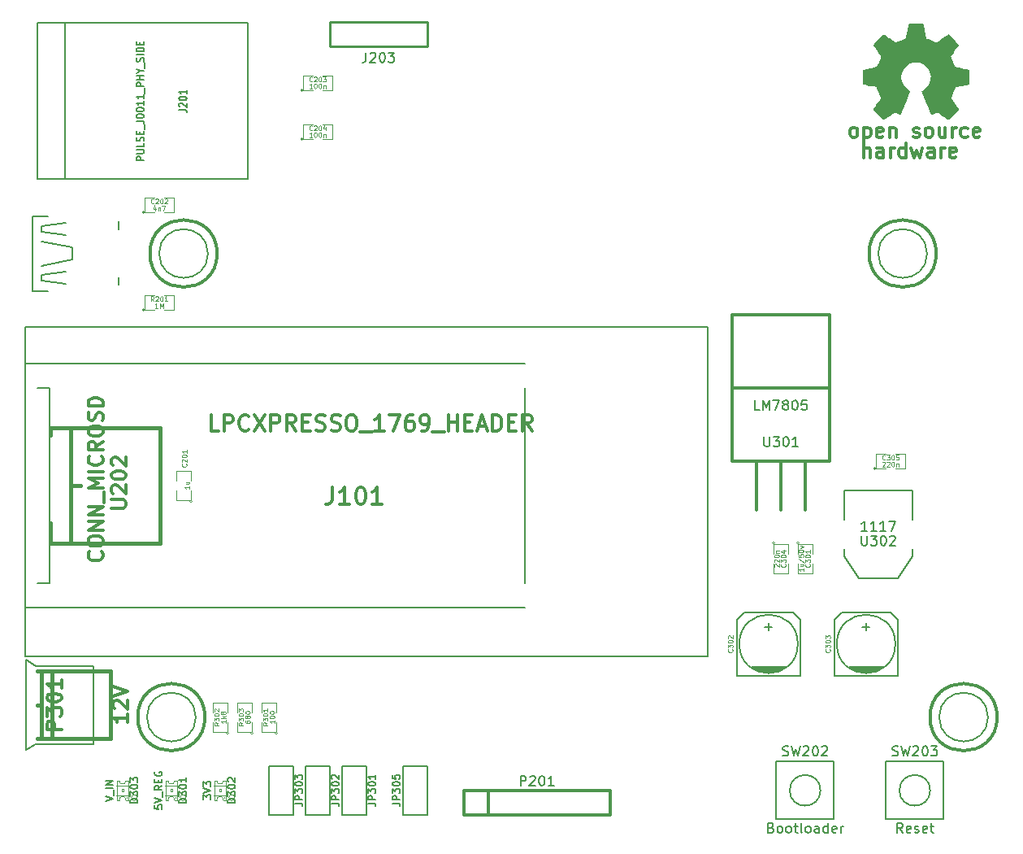
<source format=gto>
G04 (created by PCBNEW (2013-07-07 BZR 4022)-stable) date 22/10/2013 00:57:18*
%MOIN*%
G04 Gerber Fmt 3.4, Leading zero omitted, Abs format*
%FSLAX34Y34*%
G01*
G70*
G90*
G04 APERTURE LIST*
%ADD10C,0.00590551*%
%ADD11C,0.005*%
%ADD12C,0.008*%
%ADD13C,0.0039*%
%ADD14C,0.01*%
%ADD15C,0.006*%
%ADD16C,0.015*%
%ADD17C,0.0075*%
%ADD18C,0.012*%
%ADD19C,0.0031*%
%ADD20C,0.0026*%
%ADD21C,0.002*%
%ADD22C,0.004*%
%ADD23C,0.0001*%
%ADD24C,0.007*%
%ADD25C,0.0043*%
%ADD26C,0.0047*%
%ADD27C,0.011811*%
G04 APERTURE END LIST*
G54D10*
X0Y10500D02*
X500Y10500D01*
X500Y10500D02*
X500Y18500D01*
X500Y18500D02*
X0Y18500D01*
X0Y19500D02*
X-500Y19500D01*
X0Y9500D02*
X-500Y9500D01*
X1000Y19500D02*
X20000Y19500D01*
X20000Y9500D02*
X500Y9500D01*
X20000Y10500D02*
X20000Y18500D01*
X500Y9500D02*
X0Y9500D01*
X500Y19500D02*
X0Y19500D01*
X-500Y7500D02*
X-500Y21000D01*
X-500Y21000D02*
X27500Y21000D01*
X27500Y21000D02*
X27500Y7500D01*
X27500Y7500D02*
X-500Y7500D01*
X1000Y19500D02*
X500Y19500D01*
X27500Y9500D02*
X27500Y19500D01*
G54D11*
X32129Y2000D02*
G75*
G03X32129Y2000I-630J0D01*
G74*
G01*
X30318Y3181D02*
X30318Y819D01*
X30319Y819D02*
X32681Y819D01*
X32681Y820D02*
X32681Y3182D01*
X32681Y3181D02*
X30319Y3181D01*
G54D12*
X35900Y13100D02*
X35900Y14300D01*
X35900Y14300D02*
X33100Y14300D01*
X33100Y14300D02*
X33100Y13100D01*
X35900Y11900D02*
X35900Y11600D01*
X35900Y11600D02*
X35300Y10700D01*
X35300Y10700D02*
X33700Y10700D01*
X33700Y10700D02*
X33100Y11600D01*
X33100Y11600D02*
X33100Y11900D01*
G54D13*
X4400Y21700D02*
G75*
G03X4400Y21700I-50J0D01*
G74*
G01*
X4800Y21700D02*
X4400Y21700D01*
X4400Y21700D02*
X4400Y22300D01*
X4400Y22300D02*
X4800Y22300D01*
X5200Y22300D02*
X5600Y22300D01*
X5600Y22300D02*
X5600Y21700D01*
X5600Y21700D02*
X5200Y21700D01*
X4400Y25700D02*
G75*
G03X4400Y25700I-50J0D01*
G74*
G01*
X4800Y25700D02*
X4400Y25700D01*
X4400Y25700D02*
X4400Y26300D01*
X4400Y26300D02*
X4800Y26300D01*
X5200Y26300D02*
X5600Y26300D01*
X5600Y26300D02*
X5600Y25700D01*
X5600Y25700D02*
X5200Y25700D01*
X31250Y12150D02*
G75*
G03X31250Y12150I-50J0D01*
G74*
G01*
X31200Y11700D02*
X31200Y12100D01*
X31200Y12100D02*
X31800Y12100D01*
X31800Y12100D02*
X31800Y11700D01*
X31800Y11300D02*
X31800Y10900D01*
X31800Y10900D02*
X31200Y10900D01*
X31200Y10900D02*
X31200Y11300D01*
X6350Y13850D02*
G75*
G03X6350Y13850I-50J0D01*
G74*
G01*
X6300Y14300D02*
X6300Y13900D01*
X6300Y13900D02*
X5700Y13900D01*
X5700Y13900D02*
X5700Y14300D01*
X5700Y14700D02*
X5700Y15100D01*
X5700Y15100D02*
X6300Y15100D01*
X6300Y15100D02*
X6300Y14700D01*
X34400Y15200D02*
G75*
G03X34400Y15200I-50J0D01*
G74*
G01*
X34800Y15200D02*
X34400Y15200D01*
X34400Y15200D02*
X34400Y15800D01*
X34400Y15800D02*
X34800Y15800D01*
X35200Y15800D02*
X35600Y15800D01*
X35600Y15800D02*
X35600Y15200D01*
X35600Y15200D02*
X35200Y15200D01*
X30250Y12150D02*
G75*
G03X30250Y12150I-50J0D01*
G74*
G01*
X30200Y11700D02*
X30200Y12100D01*
X30200Y12100D02*
X30800Y12100D01*
X30800Y12100D02*
X30800Y11700D01*
X30800Y11300D02*
X30800Y10900D01*
X30800Y10900D02*
X30200Y10900D01*
X30200Y10900D02*
X30200Y11300D01*
X9850Y4350D02*
G75*
G03X9850Y4350I-50J0D01*
G74*
G01*
X9800Y4800D02*
X9800Y4400D01*
X9800Y4400D02*
X9200Y4400D01*
X9200Y4400D02*
X9200Y4800D01*
X9200Y5200D02*
X9200Y5600D01*
X9200Y5600D02*
X9800Y5600D01*
X9800Y5600D02*
X9800Y5200D01*
X8850Y4350D02*
G75*
G03X8850Y4350I-50J0D01*
G74*
G01*
X8800Y4800D02*
X8800Y4400D01*
X8800Y4400D02*
X8200Y4400D01*
X8200Y4400D02*
X8200Y4800D01*
X8200Y5200D02*
X8200Y5600D01*
X8200Y5600D02*
X8800Y5600D01*
X8800Y5600D02*
X8800Y5200D01*
X7850Y4350D02*
G75*
G03X7850Y4350I-50J0D01*
G74*
G01*
X7800Y4800D02*
X7800Y4400D01*
X7800Y4400D02*
X7200Y4400D01*
X7200Y4400D02*
X7200Y4800D01*
X7200Y5200D02*
X7200Y5600D01*
X7200Y5600D02*
X7800Y5600D01*
X7800Y5600D02*
X7800Y5200D01*
G54D14*
X12000Y33500D02*
X16000Y33500D01*
X12000Y32500D02*
X16000Y32500D01*
X16000Y32500D02*
X16000Y33500D01*
X12000Y33500D02*
X12000Y32500D01*
G54D15*
X12500Y3000D02*
X13500Y3000D01*
X13500Y3000D02*
X13500Y1000D01*
X13500Y1000D02*
X12500Y1000D01*
X12500Y1000D02*
X12500Y3000D01*
X9500Y3000D02*
X10500Y3000D01*
X10500Y3000D02*
X10500Y1000D01*
X10500Y1000D02*
X9500Y1000D01*
X9500Y1000D02*
X9500Y3000D01*
X11000Y3000D02*
X12000Y3000D01*
X12000Y3000D02*
X12000Y1000D01*
X12000Y1000D02*
X11000Y1000D01*
X11000Y1000D02*
X11000Y3000D01*
X16000Y1000D02*
X15000Y1000D01*
X15000Y1000D02*
X15000Y3000D01*
X15000Y3000D02*
X16000Y3000D01*
X16000Y3000D02*
X16000Y1000D01*
G54D16*
X5047Y16863D02*
X5047Y12138D01*
X539Y12138D02*
X539Y12945D01*
X539Y16863D02*
X539Y16567D01*
X5048Y12137D02*
X540Y12137D01*
X1386Y16863D02*
X1386Y12138D01*
X1386Y14500D02*
X1760Y14500D01*
X5048Y16862D02*
X540Y16862D01*
G54D17*
X-205Y22465D02*
X425Y22465D01*
X-205Y25535D02*
X425Y25535D01*
X-205Y22465D02*
X-205Y25535D01*
G54D12*
X3340Y23021D02*
X3340Y22721D01*
X3340Y25329D02*
X3340Y24979D01*
G54D11*
X184Y24500D02*
X1434Y24250D01*
X1434Y24250D02*
X1434Y23750D01*
X1434Y23750D02*
X184Y23500D01*
X1184Y22750D02*
X184Y22875D01*
X184Y22875D02*
X184Y23125D01*
X184Y23125D02*
X1184Y23250D01*
X1184Y25250D02*
X184Y25125D01*
X184Y25125D02*
X184Y24875D01*
X184Y24875D02*
X1184Y24750D01*
G54D18*
X36878Y24000D02*
G75*
G03X36878Y24000I-1378J0D01*
G74*
G01*
X7378Y24000D02*
G75*
G03X7378Y24000I-1378J0D01*
G74*
G01*
X39378Y5000D02*
G75*
G03X39378Y5000I-1378J0D01*
G74*
G01*
X6878Y5000D02*
G75*
G03X6878Y5000I-1378J0D01*
G74*
G01*
G54D10*
X6500Y5000D02*
G75*
G03X6500Y5000I-1000J0D01*
G74*
G01*
X39000Y5000D02*
G75*
G03X39000Y5000I-1000J0D01*
G74*
G01*
X36500Y24000D02*
G75*
G03X36500Y24000I-1000J0D01*
G74*
G01*
X7000Y24000D02*
G75*
G03X7000Y24000I-1000J0D01*
G74*
G01*
G54D11*
X29700Y6850D02*
X30300Y6850D01*
X30450Y6900D02*
X29550Y6900D01*
X29450Y6950D02*
X30550Y6950D01*
X30650Y7000D02*
X29350Y7000D01*
X29300Y7050D02*
X30700Y7050D01*
X31200Y8000D02*
G75*
G03X31200Y8000I-1200J0D01*
G74*
G01*
X28700Y6700D02*
X31300Y6700D01*
X31300Y6700D02*
X31300Y9000D01*
X31300Y9000D02*
X31000Y9300D01*
X31000Y9300D02*
X29000Y9300D01*
X29000Y9300D02*
X28700Y9000D01*
X28700Y9000D02*
X28700Y6700D01*
X30000Y8850D02*
X30000Y8550D01*
X29850Y8700D02*
X30150Y8700D01*
X33700Y6850D02*
X34300Y6850D01*
X34450Y6900D02*
X33550Y6900D01*
X33450Y6950D02*
X34550Y6950D01*
X34650Y7000D02*
X33350Y7000D01*
X33300Y7050D02*
X34700Y7050D01*
X35200Y8000D02*
G75*
G03X35200Y8000I-1200J0D01*
G74*
G01*
X32700Y6700D02*
X35300Y6700D01*
X35300Y6700D02*
X35300Y9000D01*
X35300Y9000D02*
X35000Y9300D01*
X35000Y9300D02*
X33000Y9300D01*
X33000Y9300D02*
X32700Y9000D01*
X32700Y9000D02*
X32700Y6700D01*
X34000Y8850D02*
X34000Y8550D01*
X33850Y8700D02*
X34150Y8700D01*
G54D12*
X2050Y3900D02*
X2300Y3900D01*
X2300Y3900D02*
X2300Y7100D01*
X2300Y7100D02*
X1900Y7100D01*
X-50Y3900D02*
X-450Y3650D01*
X-450Y5500D02*
X-450Y7350D01*
X-450Y7350D02*
X-50Y7100D01*
X-450Y5500D02*
X-450Y3650D01*
X1900Y7100D02*
X-50Y7100D01*
X2050Y3900D02*
X-50Y3900D01*
G54D16*
X161Y5500D02*
X3Y5500D01*
X594Y6877D02*
X594Y4122D01*
X161Y6877D02*
X161Y4122D01*
X2996Y6877D02*
X3Y6877D01*
X3Y4122D02*
X2996Y4122D01*
X2996Y4122D02*
X2996Y6877D01*
G54D18*
X18500Y2000D02*
X18500Y1000D01*
X17500Y1000D02*
X17500Y2000D01*
X17500Y2000D02*
X23500Y2000D01*
X23500Y2000D02*
X23500Y1000D01*
X23500Y1000D02*
X17500Y1000D01*
X29500Y13500D02*
X29500Y15500D01*
X30500Y13500D02*
X30500Y15500D01*
X31500Y13500D02*
X31500Y15500D01*
X32500Y15500D02*
X32500Y21500D01*
X32500Y21500D02*
X28500Y21500D01*
X28500Y21500D02*
X28500Y15500D01*
X28500Y15500D02*
X32500Y15500D01*
X32000Y18500D02*
X28500Y18500D01*
X32000Y18500D02*
X32500Y18500D01*
G54D19*
X4100Y1700D02*
G75*
G03X4100Y1700I-120J0D01*
G74*
G01*
X3255Y2400D02*
X3255Y1600D01*
X3745Y2400D02*
X3745Y1605D01*
X3365Y1600D02*
X3255Y1600D01*
X3635Y1605D02*
X3735Y1605D01*
X3365Y2400D02*
X3255Y2400D01*
X3745Y2400D02*
X3635Y2400D01*
G54D20*
X3382Y1804D02*
X3254Y1804D01*
X3627Y1804D02*
X3568Y1804D01*
X3432Y1804D02*
X3373Y1804D01*
X3578Y1804D02*
X3422Y1804D01*
X3382Y2196D02*
X3254Y2196D01*
X3746Y2196D02*
X3618Y2196D01*
X3432Y2196D02*
X3373Y2196D01*
X3627Y2196D02*
X3568Y2196D01*
X3578Y2196D02*
X3422Y2196D01*
X3539Y2040D02*
X3461Y2040D01*
X3461Y2040D02*
X3461Y1962D01*
X3539Y1962D02*
X3461Y1962D01*
X3539Y2040D02*
X3539Y1962D01*
X3736Y1804D02*
X3618Y1804D01*
G54D21*
X3715Y1691D02*
G75*
G03X3715Y1691I-28J0D01*
G74*
G01*
G54D22*
X3637Y1607D02*
G75*
G03X3363Y1607I-137J0D01*
G74*
G01*
X3363Y2393D02*
G75*
G03X3637Y2393I137J0D01*
G74*
G01*
G54D19*
X6100Y1700D02*
G75*
G03X6100Y1700I-120J0D01*
G74*
G01*
X5255Y2400D02*
X5255Y1600D01*
X5745Y2400D02*
X5745Y1605D01*
X5365Y1600D02*
X5255Y1600D01*
X5635Y1605D02*
X5735Y1605D01*
X5365Y2400D02*
X5255Y2400D01*
X5745Y2400D02*
X5635Y2400D01*
G54D20*
X5382Y1804D02*
X5254Y1804D01*
X5627Y1804D02*
X5568Y1804D01*
X5432Y1804D02*
X5373Y1804D01*
X5578Y1804D02*
X5422Y1804D01*
X5382Y2196D02*
X5254Y2196D01*
X5746Y2196D02*
X5618Y2196D01*
X5432Y2196D02*
X5373Y2196D01*
X5627Y2196D02*
X5568Y2196D01*
X5578Y2196D02*
X5422Y2196D01*
X5539Y2040D02*
X5461Y2040D01*
X5461Y2040D02*
X5461Y1962D01*
X5539Y1962D02*
X5461Y1962D01*
X5539Y2040D02*
X5539Y1962D01*
X5736Y1804D02*
X5618Y1804D01*
G54D21*
X5715Y1691D02*
G75*
G03X5715Y1691I-28J0D01*
G74*
G01*
G54D22*
X5637Y1607D02*
G75*
G03X5363Y1607I-137J0D01*
G74*
G01*
X5363Y2393D02*
G75*
G03X5637Y2393I137J0D01*
G74*
G01*
G54D19*
X8100Y1700D02*
G75*
G03X8100Y1700I-120J0D01*
G74*
G01*
X7255Y2400D02*
X7255Y1600D01*
X7745Y2400D02*
X7745Y1605D01*
X7365Y1600D02*
X7255Y1600D01*
X7635Y1605D02*
X7735Y1605D01*
X7365Y2400D02*
X7255Y2400D01*
X7745Y2400D02*
X7635Y2400D01*
G54D20*
X7382Y1804D02*
X7254Y1804D01*
X7627Y1804D02*
X7568Y1804D01*
X7432Y1804D02*
X7373Y1804D01*
X7578Y1804D02*
X7422Y1804D01*
X7382Y2196D02*
X7254Y2196D01*
X7746Y2196D02*
X7618Y2196D01*
X7432Y2196D02*
X7373Y2196D01*
X7627Y2196D02*
X7568Y2196D01*
X7578Y2196D02*
X7422Y2196D01*
X7539Y2040D02*
X7461Y2040D01*
X7461Y2040D02*
X7461Y1962D01*
X7539Y1962D02*
X7461Y1962D01*
X7539Y2040D02*
X7539Y1962D01*
X7736Y1804D02*
X7618Y1804D01*
G54D21*
X7715Y1691D02*
G75*
G03X7715Y1691I-28J0D01*
G74*
G01*
G54D22*
X7637Y1607D02*
G75*
G03X7363Y1607I-137J0D01*
G74*
G01*
X7363Y2393D02*
G75*
G03X7637Y2393I137J0D01*
G74*
G01*
G54D11*
X36629Y2000D02*
G75*
G03X36629Y2000I-630J0D01*
G74*
G01*
X34818Y3181D02*
X34818Y819D01*
X34819Y819D02*
X37181Y819D01*
X37181Y820D02*
X37181Y3182D01*
X37181Y3181D02*
X34819Y3181D01*
G54D13*
X10900Y30700D02*
G75*
G03X10900Y30700I-50J0D01*
G74*
G01*
X11300Y30700D02*
X10900Y30700D01*
X10900Y30700D02*
X10900Y31300D01*
X10900Y31300D02*
X11300Y31300D01*
X11700Y31300D02*
X12100Y31300D01*
X12100Y31300D02*
X12100Y30700D01*
X12100Y30700D02*
X11700Y30700D01*
X10900Y28700D02*
G75*
G03X10900Y28700I-50J0D01*
G74*
G01*
X11300Y28700D02*
X10900Y28700D01*
X10900Y28700D02*
X10900Y29300D01*
X10900Y29300D02*
X11300Y29300D01*
X11700Y29300D02*
X12100Y29300D01*
X12100Y29300D02*
X12100Y28700D01*
X12100Y28700D02*
X11700Y28700D01*
G54D23*
G36*
X34722Y29482D02*
X34745Y29494D01*
X34796Y29526D01*
X34869Y29574D01*
X34956Y29632D01*
X35043Y29691D01*
X35114Y29739D01*
X35164Y29771D01*
X35185Y29782D01*
X35196Y29778D01*
X35237Y29758D01*
X35297Y29727D01*
X35332Y29709D01*
X35387Y29686D01*
X35414Y29681D01*
X35419Y29688D01*
X35439Y29730D01*
X35470Y29802D01*
X35512Y29897D01*
X35559Y30008D01*
X35610Y30128D01*
X35661Y30250D01*
X35709Y30367D01*
X35752Y30472D01*
X35786Y30557D01*
X35809Y30616D01*
X35817Y30642D01*
X35815Y30647D01*
X35787Y30674D01*
X35739Y30710D01*
X35636Y30794D01*
X35533Y30922D01*
X35471Y31067D01*
X35450Y31228D01*
X35468Y31378D01*
X35527Y31522D01*
X35627Y31651D01*
X35748Y31747D01*
X35890Y31808D01*
X36050Y31827D01*
X36203Y31810D01*
X36349Y31752D01*
X36479Y31654D01*
X36533Y31591D01*
X36608Y31460D01*
X36651Y31320D01*
X36656Y31284D01*
X36649Y31130D01*
X36604Y30983D01*
X36523Y30851D01*
X36410Y30743D01*
X36396Y30732D01*
X36343Y30693D01*
X36308Y30666D01*
X36281Y30644D01*
X36477Y30172D01*
X36508Y30097D01*
X36562Y29968D01*
X36609Y29857D01*
X36647Y29769D01*
X36673Y29710D01*
X36685Y29686D01*
X36686Y29685D01*
X36703Y29682D01*
X36739Y29695D01*
X36805Y29727D01*
X36849Y29749D01*
X36899Y29773D01*
X36921Y29782D01*
X36940Y29772D01*
X36988Y29741D01*
X37058Y29694D01*
X37143Y29636D01*
X37223Y29582D01*
X37297Y29533D01*
X37351Y29499D01*
X37377Y29485D01*
X37381Y29485D01*
X37404Y29498D01*
X37446Y29533D01*
X37511Y29594D01*
X37602Y29684D01*
X37616Y29697D01*
X37690Y29773D01*
X37751Y29837D01*
X37792Y29882D01*
X37806Y29903D01*
X37806Y29903D01*
X37793Y29929D01*
X37759Y29982D01*
X37710Y30057D01*
X37650Y30145D01*
X37494Y30372D01*
X37580Y30586D01*
X37606Y30651D01*
X37640Y30731D01*
X37665Y30788D01*
X37677Y30813D01*
X37701Y30821D01*
X37759Y30835D01*
X37844Y30853D01*
X37946Y30872D01*
X38042Y30889D01*
X38129Y30906D01*
X38193Y30918D01*
X38221Y30924D01*
X38228Y30928D01*
X38233Y30941D01*
X38237Y30971D01*
X38239Y31024D01*
X38240Y31108D01*
X38240Y31228D01*
X38240Y31241D01*
X38239Y31357D01*
X38237Y31448D01*
X38234Y31509D01*
X38230Y31532D01*
X38230Y31533D01*
X38203Y31539D01*
X38141Y31552D01*
X38054Y31569D01*
X37950Y31589D01*
X37943Y31590D01*
X37840Y31610D01*
X37753Y31628D01*
X37692Y31642D01*
X37666Y31650D01*
X37661Y31658D01*
X37640Y31698D01*
X37610Y31762D01*
X37576Y31841D01*
X37542Y31922D01*
X37513Y31995D01*
X37493Y32050D01*
X37487Y32075D01*
X37488Y32075D01*
X37503Y32100D01*
X37539Y32154D01*
X37589Y32229D01*
X37650Y32317D01*
X37654Y32323D01*
X37714Y32411D01*
X37762Y32485D01*
X37794Y32538D01*
X37806Y32562D01*
X37806Y32563D01*
X37786Y32589D01*
X37742Y32639D01*
X37678Y32706D01*
X37601Y32783D01*
X37577Y32807D01*
X37492Y32890D01*
X37432Y32945D01*
X37396Y32974D01*
X37378Y32980D01*
X37377Y32980D01*
X37351Y32964D01*
X37296Y32928D01*
X37221Y32877D01*
X37132Y32816D01*
X37126Y32812D01*
X37038Y32753D01*
X36965Y32703D01*
X36913Y32669D01*
X36891Y32655D01*
X36887Y32655D01*
X36851Y32666D01*
X36789Y32688D01*
X36712Y32717D01*
X36631Y32750D01*
X36558Y32781D01*
X36502Y32806D01*
X36476Y32821D01*
X36476Y32822D01*
X36466Y32853D01*
X36451Y32919D01*
X36433Y33009D01*
X36412Y33116D01*
X36409Y33134D01*
X36389Y33238D01*
X36372Y33324D01*
X36360Y33384D01*
X36354Y33408D01*
X36339Y33412D01*
X36288Y33416D01*
X36210Y33418D01*
X36116Y33419D01*
X36017Y33418D01*
X35920Y33416D01*
X35837Y33413D01*
X35778Y33409D01*
X35754Y33404D01*
X35753Y33403D01*
X35744Y33370D01*
X35729Y33305D01*
X35711Y33214D01*
X35690Y33106D01*
X35686Y33087D01*
X35667Y32983D01*
X35649Y32898D01*
X35637Y32839D01*
X35630Y32816D01*
X35621Y32811D01*
X35578Y32792D01*
X35508Y32763D01*
X35422Y32728D01*
X35221Y32647D01*
X34975Y32816D01*
X34952Y32831D01*
X34864Y32891D01*
X34791Y32940D01*
X34741Y32972D01*
X34720Y32984D01*
X34718Y32983D01*
X34694Y32962D01*
X34645Y32916D01*
X34578Y32851D01*
X34501Y32774D01*
X34444Y32717D01*
X34376Y32648D01*
X34333Y32602D01*
X34310Y32572D01*
X34301Y32554D01*
X34303Y32542D01*
X34319Y32517D01*
X34355Y32463D01*
X34406Y32388D01*
X34466Y32301D01*
X34515Y32229D01*
X34568Y32146D01*
X34603Y32087D01*
X34615Y32058D01*
X34612Y32046D01*
X34595Y31998D01*
X34566Y31925D01*
X34529Y31839D01*
X34443Y31644D01*
X34316Y31619D01*
X34238Y31605D01*
X34130Y31584D01*
X34027Y31564D01*
X33865Y31533D01*
X33859Y30939D01*
X33884Y30928D01*
X33908Y30922D01*
X33968Y30908D01*
X34054Y30891D01*
X34154Y30872D01*
X34240Y30856D01*
X34327Y30840D01*
X34389Y30828D01*
X34417Y30822D01*
X34424Y30813D01*
X34445Y30771D01*
X34476Y30704D01*
X34510Y30624D01*
X34545Y30541D01*
X34575Y30464D01*
X34597Y30406D01*
X34605Y30375D01*
X34593Y30353D01*
X34560Y30302D01*
X34512Y30229D01*
X34454Y30143D01*
X34395Y30057D01*
X34345Y29984D01*
X34311Y29931D01*
X34296Y29907D01*
X34303Y29890D01*
X34338Y29849D01*
X34403Y29781D01*
X34499Y29686D01*
X34515Y29671D01*
X34592Y29597D01*
X34657Y29537D01*
X34702Y29497D01*
X34722Y29482D01*
X34722Y29482D01*
G37*
G54D24*
X1150Y27050D02*
X1150Y33450D01*
X8650Y33450D02*
X0Y33450D01*
X8650Y27050D02*
X0Y27050D01*
X8650Y27050D02*
X8650Y33450D01*
X0Y33450D02*
X0Y27050D01*
G54D18*
X12100Y14416D02*
X12100Y13916D01*
X12066Y13816D01*
X12000Y13750D01*
X11900Y13716D01*
X11833Y13716D01*
X12800Y13716D02*
X12400Y13716D01*
X12600Y13716D02*
X12600Y14416D01*
X12533Y14316D01*
X12466Y14250D01*
X12400Y14216D01*
X13233Y14416D02*
X13300Y14416D01*
X13366Y14383D01*
X13400Y14350D01*
X13433Y14283D01*
X13466Y14150D01*
X13466Y13983D01*
X13433Y13850D01*
X13400Y13783D01*
X13366Y13750D01*
X13300Y13716D01*
X13233Y13716D01*
X13166Y13750D01*
X13133Y13783D01*
X13100Y13850D01*
X13066Y13983D01*
X13066Y14150D01*
X13100Y14283D01*
X13133Y14350D01*
X13166Y14383D01*
X13233Y14416D01*
X14133Y13716D02*
X13733Y13716D01*
X13933Y13716D02*
X13933Y14416D01*
X13866Y14316D01*
X13800Y14250D01*
X13733Y14216D01*
X7447Y16736D02*
X7138Y16736D01*
X7138Y17386D01*
X7664Y16736D02*
X7664Y17386D01*
X7911Y17386D01*
X7973Y17355D01*
X8004Y17325D01*
X8035Y17263D01*
X8035Y17170D01*
X8004Y17108D01*
X7973Y17077D01*
X7911Y17046D01*
X7664Y17046D01*
X8685Y16798D02*
X8654Y16767D01*
X8561Y16736D01*
X8500Y16736D01*
X8407Y16767D01*
X8345Y16829D01*
X8314Y16891D01*
X8283Y17015D01*
X8283Y17108D01*
X8314Y17232D01*
X8345Y17294D01*
X8407Y17355D01*
X8500Y17386D01*
X8561Y17386D01*
X8654Y17355D01*
X8685Y17325D01*
X8902Y17386D02*
X9335Y16736D01*
X9335Y17386D02*
X8902Y16736D01*
X9583Y16736D02*
X9583Y17386D01*
X9830Y17386D01*
X9892Y17355D01*
X9923Y17325D01*
X9954Y17263D01*
X9954Y17170D01*
X9923Y17108D01*
X9892Y17077D01*
X9830Y17046D01*
X9583Y17046D01*
X10604Y16736D02*
X10388Y17046D01*
X10233Y16736D02*
X10233Y17386D01*
X10480Y17386D01*
X10542Y17355D01*
X10573Y17325D01*
X10604Y17263D01*
X10604Y17170D01*
X10573Y17108D01*
X10542Y17077D01*
X10480Y17046D01*
X10233Y17046D01*
X10883Y17077D02*
X11100Y17077D01*
X11192Y16736D02*
X10883Y16736D01*
X10883Y17386D01*
X11192Y17386D01*
X11440Y16767D02*
X11533Y16736D01*
X11688Y16736D01*
X11750Y16767D01*
X11780Y16798D01*
X11811Y16860D01*
X11811Y16922D01*
X11780Y16984D01*
X11750Y17015D01*
X11688Y17046D01*
X11564Y17077D01*
X11502Y17108D01*
X11471Y17139D01*
X11440Y17201D01*
X11440Y17263D01*
X11471Y17325D01*
X11502Y17355D01*
X11564Y17386D01*
X11719Y17386D01*
X11811Y17355D01*
X12059Y16767D02*
X12152Y16736D01*
X12307Y16736D01*
X12369Y16767D01*
X12400Y16798D01*
X12430Y16860D01*
X12430Y16922D01*
X12400Y16984D01*
X12369Y17015D01*
X12307Y17046D01*
X12183Y17077D01*
X12121Y17108D01*
X12090Y17139D01*
X12059Y17201D01*
X12059Y17263D01*
X12090Y17325D01*
X12121Y17355D01*
X12183Y17386D01*
X12338Y17386D01*
X12430Y17355D01*
X12833Y17386D02*
X12957Y17386D01*
X13019Y17355D01*
X13080Y17294D01*
X13111Y17170D01*
X13111Y16953D01*
X13080Y16829D01*
X13019Y16767D01*
X12957Y16736D01*
X12833Y16736D01*
X12771Y16767D01*
X12709Y16829D01*
X12678Y16953D01*
X12678Y17170D01*
X12709Y17294D01*
X12771Y17355D01*
X12833Y17386D01*
X13235Y16675D02*
X13730Y16675D01*
X14226Y16736D02*
X13854Y16736D01*
X14040Y16736D02*
X14040Y17386D01*
X13978Y17294D01*
X13916Y17232D01*
X13854Y17201D01*
X14442Y17386D02*
X14876Y17386D01*
X14597Y16736D01*
X15402Y17386D02*
X15278Y17386D01*
X15216Y17355D01*
X15185Y17325D01*
X15123Y17232D01*
X15092Y17108D01*
X15092Y16860D01*
X15123Y16798D01*
X15154Y16767D01*
X15216Y16736D01*
X15340Y16736D01*
X15402Y16767D01*
X15433Y16798D01*
X15464Y16860D01*
X15464Y17015D01*
X15433Y17077D01*
X15402Y17108D01*
X15340Y17139D01*
X15216Y17139D01*
X15154Y17108D01*
X15123Y17077D01*
X15092Y17015D01*
X15773Y16736D02*
X15897Y16736D01*
X15959Y16767D01*
X15990Y16798D01*
X16052Y16891D01*
X16083Y17015D01*
X16083Y17263D01*
X16052Y17325D01*
X16021Y17355D01*
X15959Y17386D01*
X15835Y17386D01*
X15773Y17355D01*
X15742Y17325D01*
X15711Y17263D01*
X15711Y17108D01*
X15742Y17046D01*
X15773Y17015D01*
X15835Y16984D01*
X15959Y16984D01*
X16021Y17015D01*
X16052Y17046D01*
X16083Y17108D01*
X16207Y16675D02*
X16702Y16675D01*
X16857Y16736D02*
X16857Y17386D01*
X16857Y17077D02*
X17228Y17077D01*
X17228Y16736D02*
X17228Y17386D01*
X17538Y17077D02*
X17754Y17077D01*
X17847Y16736D02*
X17538Y16736D01*
X17538Y17386D01*
X17847Y17386D01*
X18095Y16922D02*
X18404Y16922D01*
X18033Y16736D02*
X18250Y17386D01*
X18466Y16736D01*
X18683Y16736D02*
X18683Y17386D01*
X18838Y17386D01*
X18930Y17355D01*
X18992Y17294D01*
X19023Y17232D01*
X19054Y17108D01*
X19054Y17015D01*
X19023Y16891D01*
X18992Y16829D01*
X18930Y16767D01*
X18838Y16736D01*
X18683Y16736D01*
X19333Y17077D02*
X19550Y17077D01*
X19642Y16736D02*
X19333Y16736D01*
X19333Y17386D01*
X19642Y17386D01*
X20292Y16736D02*
X20076Y17046D01*
X19921Y16736D02*
X19921Y17386D01*
X20169Y17386D01*
X20230Y17355D01*
X20261Y17325D01*
X20292Y17263D01*
X20292Y17170D01*
X20261Y17108D01*
X20230Y17077D01*
X20169Y17046D01*
X19921Y17046D01*
G54D12*
X30585Y3432D02*
X30642Y3413D01*
X30738Y3413D01*
X30776Y3432D01*
X30795Y3451D01*
X30814Y3489D01*
X30814Y3527D01*
X30795Y3565D01*
X30776Y3584D01*
X30738Y3603D01*
X30661Y3622D01*
X30623Y3641D01*
X30604Y3660D01*
X30585Y3698D01*
X30585Y3736D01*
X30604Y3775D01*
X30623Y3794D01*
X30661Y3813D01*
X30757Y3813D01*
X30814Y3794D01*
X30947Y3813D02*
X31042Y3413D01*
X31119Y3698D01*
X31195Y3413D01*
X31290Y3813D01*
X31423Y3775D02*
X31442Y3794D01*
X31480Y3813D01*
X31576Y3813D01*
X31614Y3794D01*
X31633Y3775D01*
X31652Y3736D01*
X31652Y3698D01*
X31633Y3641D01*
X31404Y3413D01*
X31652Y3413D01*
X31900Y3813D02*
X31938Y3813D01*
X31976Y3794D01*
X31995Y3775D01*
X32014Y3736D01*
X32033Y3660D01*
X32033Y3565D01*
X32014Y3489D01*
X31995Y3451D01*
X31976Y3432D01*
X31938Y3413D01*
X31900Y3413D01*
X31861Y3432D01*
X31842Y3451D01*
X31823Y3489D01*
X31804Y3565D01*
X31804Y3660D01*
X31823Y3736D01*
X31842Y3775D01*
X31861Y3794D01*
X31900Y3813D01*
X32185Y3775D02*
X32204Y3794D01*
X32242Y3813D01*
X32338Y3813D01*
X32376Y3794D01*
X32395Y3775D01*
X32414Y3736D01*
X32414Y3698D01*
X32395Y3641D01*
X32166Y3413D01*
X32414Y3413D01*
X30109Y472D02*
X30166Y453D01*
X30185Y434D01*
X30204Y396D01*
X30204Y339D01*
X30185Y301D01*
X30166Y282D01*
X30128Y263D01*
X29976Y263D01*
X29976Y663D01*
X30109Y663D01*
X30147Y644D01*
X30166Y625D01*
X30185Y586D01*
X30185Y548D01*
X30166Y510D01*
X30147Y491D01*
X30109Y472D01*
X29976Y472D01*
X30433Y263D02*
X30395Y282D01*
X30376Y301D01*
X30357Y339D01*
X30357Y453D01*
X30376Y491D01*
X30395Y510D01*
X30433Y529D01*
X30490Y529D01*
X30528Y510D01*
X30547Y491D01*
X30566Y453D01*
X30566Y339D01*
X30547Y301D01*
X30528Y282D01*
X30490Y263D01*
X30433Y263D01*
X30795Y263D02*
X30757Y282D01*
X30738Y301D01*
X30719Y339D01*
X30719Y453D01*
X30738Y491D01*
X30757Y510D01*
X30795Y529D01*
X30852Y529D01*
X30890Y510D01*
X30909Y491D01*
X30928Y453D01*
X30928Y339D01*
X30909Y301D01*
X30890Y282D01*
X30852Y263D01*
X30795Y263D01*
X31042Y529D02*
X31195Y529D01*
X31100Y663D02*
X31100Y320D01*
X31119Y282D01*
X31157Y263D01*
X31195Y263D01*
X31385Y263D02*
X31347Y282D01*
X31328Y320D01*
X31328Y663D01*
X31595Y263D02*
X31557Y282D01*
X31538Y301D01*
X31519Y339D01*
X31519Y453D01*
X31538Y491D01*
X31557Y510D01*
X31595Y529D01*
X31652Y529D01*
X31690Y510D01*
X31709Y491D01*
X31728Y453D01*
X31728Y339D01*
X31709Y301D01*
X31690Y282D01*
X31652Y263D01*
X31595Y263D01*
X32071Y263D02*
X32071Y472D01*
X32052Y510D01*
X32014Y529D01*
X31938Y529D01*
X31900Y510D01*
X32071Y282D02*
X32033Y263D01*
X31938Y263D01*
X31900Y282D01*
X31880Y320D01*
X31880Y358D01*
X31900Y396D01*
X31938Y415D01*
X32033Y415D01*
X32071Y434D01*
X32433Y263D02*
X32433Y663D01*
X32433Y282D02*
X32395Y263D01*
X32319Y263D01*
X32280Y282D01*
X32261Y301D01*
X32242Y339D01*
X32242Y453D01*
X32261Y491D01*
X32280Y510D01*
X32319Y529D01*
X32395Y529D01*
X32433Y510D01*
X32776Y282D02*
X32738Y263D01*
X32661Y263D01*
X32623Y282D01*
X32604Y320D01*
X32604Y472D01*
X32623Y510D01*
X32661Y529D01*
X32738Y529D01*
X32776Y510D01*
X32795Y472D01*
X32795Y434D01*
X32604Y396D01*
X32966Y263D02*
X32966Y529D01*
X32966Y453D02*
X32985Y491D01*
X33004Y510D01*
X33042Y529D01*
X33080Y529D01*
X33814Y12438D02*
X33814Y12114D01*
X33833Y12076D01*
X33852Y12057D01*
X33890Y12038D01*
X33966Y12038D01*
X34004Y12057D01*
X34023Y12076D01*
X34042Y12114D01*
X34042Y12438D01*
X34195Y12438D02*
X34442Y12438D01*
X34309Y12285D01*
X34366Y12285D01*
X34404Y12266D01*
X34423Y12247D01*
X34442Y12209D01*
X34442Y12114D01*
X34423Y12076D01*
X34404Y12057D01*
X34366Y12038D01*
X34252Y12038D01*
X34214Y12057D01*
X34195Y12076D01*
X34690Y12438D02*
X34728Y12438D01*
X34766Y12419D01*
X34785Y12400D01*
X34804Y12361D01*
X34823Y12285D01*
X34823Y12190D01*
X34804Y12114D01*
X34785Y12076D01*
X34766Y12057D01*
X34728Y12038D01*
X34690Y12038D01*
X34652Y12057D01*
X34633Y12076D01*
X34614Y12114D01*
X34595Y12190D01*
X34595Y12285D01*
X34614Y12361D01*
X34633Y12400D01*
X34652Y12419D01*
X34690Y12438D01*
X34976Y12400D02*
X34995Y12419D01*
X35033Y12438D01*
X35128Y12438D01*
X35166Y12419D01*
X35185Y12400D01*
X35204Y12361D01*
X35204Y12323D01*
X35185Y12266D01*
X34957Y12038D01*
X35204Y12038D01*
X34042Y12638D02*
X33814Y12638D01*
X33928Y12638D02*
X33928Y13038D01*
X33890Y12980D01*
X33852Y12942D01*
X33814Y12923D01*
X34423Y12638D02*
X34195Y12638D01*
X34309Y12638D02*
X34309Y13038D01*
X34271Y12980D01*
X34233Y12942D01*
X34195Y12923D01*
X34804Y12638D02*
X34576Y12638D01*
X34690Y12638D02*
X34690Y13038D01*
X34652Y12980D01*
X34614Y12942D01*
X34576Y12923D01*
X34938Y13038D02*
X35204Y13038D01*
X35033Y12638D01*
G54D25*
X4779Y22045D02*
X4713Y22139D01*
X4666Y22045D02*
X4666Y22242D01*
X4742Y22242D01*
X4760Y22232D01*
X4770Y22223D01*
X4779Y22204D01*
X4779Y22176D01*
X4770Y22157D01*
X4760Y22148D01*
X4742Y22139D01*
X4666Y22139D01*
X4854Y22223D02*
X4863Y22232D01*
X4882Y22242D01*
X4929Y22242D01*
X4948Y22232D01*
X4957Y22223D01*
X4967Y22204D01*
X4967Y22185D01*
X4957Y22157D01*
X4845Y22045D01*
X4967Y22045D01*
X5089Y22242D02*
X5107Y22242D01*
X5126Y22232D01*
X5136Y22223D01*
X5145Y22204D01*
X5154Y22167D01*
X5154Y22120D01*
X5145Y22082D01*
X5136Y22064D01*
X5126Y22054D01*
X5107Y22045D01*
X5089Y22045D01*
X5070Y22054D01*
X5060Y22064D01*
X5051Y22082D01*
X5042Y22120D01*
X5042Y22167D01*
X5051Y22204D01*
X5060Y22223D01*
X5070Y22232D01*
X5089Y22242D01*
X5342Y22045D02*
X5229Y22045D01*
X5286Y22045D02*
X5286Y22242D01*
X5267Y22214D01*
X5248Y22195D01*
X5229Y22185D01*
X4943Y21770D02*
X4831Y21770D01*
X4887Y21770D02*
X4887Y21967D01*
X4868Y21939D01*
X4849Y21920D01*
X4831Y21910D01*
X5028Y21770D02*
X5028Y21967D01*
X5093Y21826D01*
X5159Y21967D01*
X5159Y21770D01*
X4779Y26064D02*
X4770Y26054D01*
X4742Y26045D01*
X4723Y26045D01*
X4695Y26054D01*
X4676Y26073D01*
X4666Y26092D01*
X4657Y26129D01*
X4657Y26157D01*
X4666Y26195D01*
X4676Y26214D01*
X4695Y26232D01*
X4723Y26242D01*
X4742Y26242D01*
X4770Y26232D01*
X4779Y26223D01*
X4854Y26223D02*
X4863Y26232D01*
X4882Y26242D01*
X4929Y26242D01*
X4948Y26232D01*
X4957Y26223D01*
X4967Y26204D01*
X4967Y26185D01*
X4957Y26157D01*
X4845Y26045D01*
X4967Y26045D01*
X5089Y26242D02*
X5107Y26242D01*
X5126Y26232D01*
X5136Y26223D01*
X5145Y26204D01*
X5154Y26167D01*
X5154Y26120D01*
X5145Y26082D01*
X5136Y26064D01*
X5126Y26054D01*
X5107Y26045D01*
X5089Y26045D01*
X5070Y26054D01*
X5060Y26064D01*
X5051Y26082D01*
X5042Y26120D01*
X5042Y26167D01*
X5051Y26204D01*
X5060Y26223D01*
X5070Y26232D01*
X5089Y26242D01*
X5229Y26223D02*
X5239Y26232D01*
X5257Y26242D01*
X5304Y26242D01*
X5323Y26232D01*
X5333Y26223D01*
X5342Y26204D01*
X5342Y26185D01*
X5333Y26157D01*
X5220Y26045D01*
X5342Y26045D01*
X4854Y25901D02*
X4854Y25770D01*
X4807Y25976D02*
X4760Y25835D01*
X4882Y25835D01*
X4957Y25901D02*
X4957Y25770D01*
X4957Y25882D02*
X4967Y25892D01*
X4985Y25901D01*
X5014Y25901D01*
X5032Y25892D01*
X5042Y25873D01*
X5042Y25770D01*
X5117Y25967D02*
X5248Y25967D01*
X5164Y25770D01*
X31685Y11279D02*
X31695Y11270D01*
X31704Y11242D01*
X31704Y11223D01*
X31695Y11195D01*
X31676Y11176D01*
X31657Y11166D01*
X31620Y11157D01*
X31592Y11157D01*
X31554Y11166D01*
X31535Y11176D01*
X31517Y11195D01*
X31507Y11223D01*
X31507Y11242D01*
X31517Y11270D01*
X31526Y11279D01*
X31507Y11345D02*
X31507Y11467D01*
X31582Y11401D01*
X31582Y11429D01*
X31592Y11448D01*
X31601Y11457D01*
X31620Y11467D01*
X31667Y11467D01*
X31685Y11457D01*
X31695Y11448D01*
X31704Y11429D01*
X31704Y11373D01*
X31695Y11354D01*
X31685Y11345D01*
X31507Y11589D02*
X31507Y11607D01*
X31517Y11626D01*
X31526Y11636D01*
X31545Y11645D01*
X31582Y11654D01*
X31629Y11654D01*
X31667Y11645D01*
X31685Y11636D01*
X31695Y11626D01*
X31704Y11607D01*
X31704Y11589D01*
X31695Y11570D01*
X31685Y11560D01*
X31667Y11551D01*
X31629Y11542D01*
X31582Y11542D01*
X31545Y11551D01*
X31526Y11560D01*
X31517Y11570D01*
X31507Y11589D01*
X31704Y11842D02*
X31704Y11729D01*
X31704Y11786D02*
X31507Y11786D01*
X31535Y11767D01*
X31554Y11748D01*
X31564Y11729D01*
X31429Y11101D02*
X31429Y10988D01*
X31429Y11045D02*
X31232Y11045D01*
X31260Y11026D01*
X31279Y11007D01*
X31289Y10988D01*
X31298Y11270D02*
X31429Y11270D01*
X31298Y11185D02*
X31401Y11185D01*
X31420Y11195D01*
X31429Y11213D01*
X31429Y11242D01*
X31420Y11260D01*
X31410Y11270D01*
X31223Y11504D02*
X31476Y11335D01*
X31232Y11664D02*
X31232Y11570D01*
X31326Y11560D01*
X31317Y11570D01*
X31307Y11589D01*
X31307Y11636D01*
X31317Y11654D01*
X31326Y11664D01*
X31345Y11673D01*
X31392Y11673D01*
X31410Y11664D01*
X31420Y11654D01*
X31429Y11636D01*
X31429Y11589D01*
X31420Y11570D01*
X31410Y11560D01*
X31232Y11795D02*
X31232Y11814D01*
X31242Y11833D01*
X31251Y11842D01*
X31270Y11851D01*
X31307Y11861D01*
X31354Y11861D01*
X31392Y11851D01*
X31410Y11842D01*
X31420Y11833D01*
X31429Y11814D01*
X31429Y11795D01*
X31420Y11776D01*
X31410Y11767D01*
X31392Y11757D01*
X31354Y11748D01*
X31307Y11748D01*
X31270Y11757D01*
X31251Y11767D01*
X31242Y11776D01*
X31232Y11795D01*
X31298Y11926D02*
X31429Y11973D01*
X31298Y12020D01*
X6110Y15379D02*
X6120Y15370D01*
X6129Y15342D01*
X6129Y15323D01*
X6120Y15295D01*
X6101Y15276D01*
X6082Y15266D01*
X6045Y15257D01*
X6017Y15257D01*
X5979Y15266D01*
X5960Y15276D01*
X5942Y15295D01*
X5932Y15323D01*
X5932Y15342D01*
X5942Y15370D01*
X5951Y15379D01*
X5951Y15454D02*
X5942Y15463D01*
X5932Y15482D01*
X5932Y15529D01*
X5942Y15548D01*
X5951Y15557D01*
X5970Y15567D01*
X5989Y15567D01*
X6017Y15557D01*
X6129Y15445D01*
X6129Y15567D01*
X5932Y15689D02*
X5932Y15707D01*
X5942Y15726D01*
X5951Y15736D01*
X5970Y15745D01*
X6007Y15754D01*
X6054Y15754D01*
X6092Y15745D01*
X6110Y15736D01*
X6120Y15726D01*
X6129Y15707D01*
X6129Y15689D01*
X6120Y15670D01*
X6110Y15660D01*
X6092Y15651D01*
X6054Y15642D01*
X6007Y15642D01*
X5970Y15651D01*
X5951Y15660D01*
X5942Y15670D01*
X5932Y15689D01*
X6129Y15942D02*
X6129Y15829D01*
X6129Y15886D02*
X5932Y15886D01*
X5960Y15867D01*
X5979Y15848D01*
X5989Y15829D01*
X6229Y14467D02*
X6229Y14354D01*
X6229Y14410D02*
X6032Y14410D01*
X6060Y14392D01*
X6079Y14373D01*
X6089Y14354D01*
X6098Y14636D02*
X6229Y14636D01*
X6098Y14551D02*
X6201Y14551D01*
X6220Y14560D01*
X6229Y14579D01*
X6229Y14607D01*
X6220Y14626D01*
X6210Y14636D01*
X34779Y15564D02*
X34770Y15554D01*
X34742Y15545D01*
X34723Y15545D01*
X34695Y15554D01*
X34676Y15573D01*
X34666Y15592D01*
X34657Y15629D01*
X34657Y15657D01*
X34666Y15695D01*
X34676Y15714D01*
X34695Y15732D01*
X34723Y15742D01*
X34742Y15742D01*
X34770Y15732D01*
X34779Y15723D01*
X34845Y15742D02*
X34967Y15742D01*
X34901Y15667D01*
X34929Y15667D01*
X34948Y15657D01*
X34957Y15648D01*
X34967Y15629D01*
X34967Y15582D01*
X34957Y15564D01*
X34948Y15554D01*
X34929Y15545D01*
X34873Y15545D01*
X34854Y15554D01*
X34845Y15564D01*
X35089Y15742D02*
X35107Y15742D01*
X35126Y15732D01*
X35136Y15723D01*
X35145Y15704D01*
X35154Y15667D01*
X35154Y15620D01*
X35145Y15582D01*
X35136Y15564D01*
X35126Y15554D01*
X35107Y15545D01*
X35089Y15545D01*
X35070Y15554D01*
X35060Y15564D01*
X35051Y15582D01*
X35042Y15620D01*
X35042Y15667D01*
X35051Y15704D01*
X35060Y15723D01*
X35070Y15732D01*
X35089Y15742D01*
X35333Y15742D02*
X35239Y15742D01*
X35229Y15648D01*
X35239Y15657D01*
X35257Y15667D01*
X35304Y15667D01*
X35323Y15657D01*
X35333Y15648D01*
X35342Y15629D01*
X35342Y15582D01*
X35333Y15564D01*
X35323Y15554D01*
X35304Y15545D01*
X35257Y15545D01*
X35239Y15554D01*
X35229Y15564D01*
X34666Y15448D02*
X34676Y15457D01*
X34695Y15467D01*
X34742Y15467D01*
X34760Y15457D01*
X34770Y15448D01*
X34779Y15429D01*
X34779Y15410D01*
X34770Y15382D01*
X34657Y15270D01*
X34779Y15270D01*
X34854Y15448D02*
X34863Y15457D01*
X34882Y15467D01*
X34929Y15467D01*
X34948Y15457D01*
X34957Y15448D01*
X34967Y15429D01*
X34967Y15410D01*
X34957Y15382D01*
X34845Y15270D01*
X34967Y15270D01*
X35089Y15467D02*
X35107Y15467D01*
X35126Y15457D01*
X35136Y15448D01*
X35145Y15429D01*
X35154Y15392D01*
X35154Y15345D01*
X35145Y15307D01*
X35136Y15289D01*
X35126Y15279D01*
X35107Y15270D01*
X35089Y15270D01*
X35070Y15279D01*
X35060Y15289D01*
X35051Y15307D01*
X35042Y15345D01*
X35042Y15392D01*
X35051Y15429D01*
X35060Y15448D01*
X35070Y15457D01*
X35089Y15467D01*
X35239Y15401D02*
X35239Y15270D01*
X35239Y15382D02*
X35248Y15392D01*
X35267Y15401D01*
X35295Y15401D01*
X35314Y15392D01*
X35323Y15373D01*
X35323Y15270D01*
X30685Y11279D02*
X30695Y11270D01*
X30704Y11242D01*
X30704Y11223D01*
X30695Y11195D01*
X30676Y11176D01*
X30657Y11166D01*
X30620Y11157D01*
X30592Y11157D01*
X30554Y11166D01*
X30535Y11176D01*
X30517Y11195D01*
X30507Y11223D01*
X30507Y11242D01*
X30517Y11270D01*
X30526Y11279D01*
X30507Y11345D02*
X30507Y11467D01*
X30582Y11401D01*
X30582Y11429D01*
X30592Y11448D01*
X30601Y11457D01*
X30620Y11467D01*
X30667Y11467D01*
X30685Y11457D01*
X30695Y11448D01*
X30704Y11429D01*
X30704Y11373D01*
X30695Y11354D01*
X30685Y11345D01*
X30507Y11589D02*
X30507Y11607D01*
X30517Y11626D01*
X30526Y11636D01*
X30545Y11645D01*
X30582Y11654D01*
X30629Y11654D01*
X30667Y11645D01*
X30685Y11636D01*
X30695Y11626D01*
X30704Y11607D01*
X30704Y11589D01*
X30695Y11570D01*
X30685Y11560D01*
X30667Y11551D01*
X30629Y11542D01*
X30582Y11542D01*
X30545Y11551D01*
X30526Y11560D01*
X30517Y11570D01*
X30507Y11589D01*
X30573Y11823D02*
X30704Y11823D01*
X30498Y11776D02*
X30639Y11729D01*
X30639Y11851D01*
X30251Y11166D02*
X30242Y11176D01*
X30232Y11195D01*
X30232Y11242D01*
X30242Y11260D01*
X30251Y11270D01*
X30270Y11279D01*
X30289Y11279D01*
X30317Y11270D01*
X30429Y11157D01*
X30429Y11279D01*
X30251Y11354D02*
X30242Y11363D01*
X30232Y11382D01*
X30232Y11429D01*
X30242Y11448D01*
X30251Y11457D01*
X30270Y11467D01*
X30289Y11467D01*
X30317Y11457D01*
X30429Y11345D01*
X30429Y11467D01*
X30232Y11589D02*
X30232Y11607D01*
X30242Y11626D01*
X30251Y11636D01*
X30270Y11645D01*
X30307Y11654D01*
X30354Y11654D01*
X30392Y11645D01*
X30410Y11636D01*
X30420Y11626D01*
X30429Y11607D01*
X30429Y11589D01*
X30420Y11570D01*
X30410Y11560D01*
X30392Y11551D01*
X30354Y11542D01*
X30307Y11542D01*
X30270Y11551D01*
X30251Y11560D01*
X30242Y11570D01*
X30232Y11589D01*
X30298Y11739D02*
X30429Y11739D01*
X30317Y11739D02*
X30307Y11748D01*
X30298Y11767D01*
X30298Y11795D01*
X30307Y11814D01*
X30326Y11823D01*
X30429Y11823D01*
X9454Y4779D02*
X9360Y4713D01*
X9454Y4666D02*
X9257Y4666D01*
X9257Y4742D01*
X9267Y4760D01*
X9276Y4770D01*
X9295Y4779D01*
X9323Y4779D01*
X9342Y4770D01*
X9351Y4760D01*
X9360Y4742D01*
X9360Y4666D01*
X9257Y4845D02*
X9257Y4967D01*
X9332Y4901D01*
X9332Y4929D01*
X9342Y4948D01*
X9351Y4957D01*
X9370Y4967D01*
X9417Y4967D01*
X9435Y4957D01*
X9445Y4948D01*
X9454Y4929D01*
X9454Y4873D01*
X9445Y4854D01*
X9435Y4845D01*
X9257Y5089D02*
X9257Y5107D01*
X9267Y5126D01*
X9276Y5136D01*
X9295Y5145D01*
X9332Y5154D01*
X9379Y5154D01*
X9417Y5145D01*
X9435Y5136D01*
X9445Y5126D01*
X9454Y5107D01*
X9454Y5089D01*
X9445Y5070D01*
X9435Y5060D01*
X9417Y5051D01*
X9379Y5042D01*
X9332Y5042D01*
X9295Y5051D01*
X9276Y5060D01*
X9267Y5070D01*
X9257Y5089D01*
X9454Y5342D02*
X9454Y5229D01*
X9454Y5286D02*
X9257Y5286D01*
X9285Y5267D01*
X9304Y5248D01*
X9314Y5229D01*
X9729Y4868D02*
X9729Y4756D01*
X9729Y4812D02*
X9532Y4812D01*
X9560Y4793D01*
X9579Y4774D01*
X9589Y4756D01*
X9532Y4990D02*
X9532Y5009D01*
X9542Y5028D01*
X9551Y5037D01*
X9570Y5046D01*
X9607Y5056D01*
X9654Y5056D01*
X9692Y5046D01*
X9710Y5037D01*
X9720Y5028D01*
X9729Y5009D01*
X9729Y4990D01*
X9720Y4971D01*
X9710Y4962D01*
X9692Y4953D01*
X9654Y4943D01*
X9607Y4943D01*
X9570Y4953D01*
X9551Y4962D01*
X9542Y4971D01*
X9532Y4990D01*
X9532Y5178D02*
X9532Y5197D01*
X9542Y5215D01*
X9551Y5225D01*
X9570Y5234D01*
X9607Y5243D01*
X9654Y5243D01*
X9692Y5234D01*
X9710Y5225D01*
X9720Y5215D01*
X9729Y5197D01*
X9729Y5178D01*
X9720Y5159D01*
X9710Y5150D01*
X9692Y5140D01*
X9654Y5131D01*
X9607Y5131D01*
X9570Y5140D01*
X9551Y5150D01*
X9542Y5159D01*
X9532Y5178D01*
X8454Y4779D02*
X8360Y4713D01*
X8454Y4666D02*
X8257Y4666D01*
X8257Y4742D01*
X8267Y4760D01*
X8276Y4770D01*
X8295Y4779D01*
X8323Y4779D01*
X8342Y4770D01*
X8351Y4760D01*
X8360Y4742D01*
X8360Y4666D01*
X8257Y4845D02*
X8257Y4967D01*
X8332Y4901D01*
X8332Y4929D01*
X8342Y4948D01*
X8351Y4957D01*
X8370Y4967D01*
X8417Y4967D01*
X8435Y4957D01*
X8445Y4948D01*
X8454Y4929D01*
X8454Y4873D01*
X8445Y4854D01*
X8435Y4845D01*
X8257Y5089D02*
X8257Y5107D01*
X8267Y5126D01*
X8276Y5136D01*
X8295Y5145D01*
X8332Y5154D01*
X8379Y5154D01*
X8417Y5145D01*
X8435Y5136D01*
X8445Y5126D01*
X8454Y5107D01*
X8454Y5089D01*
X8445Y5070D01*
X8435Y5060D01*
X8417Y5051D01*
X8379Y5042D01*
X8332Y5042D01*
X8295Y5051D01*
X8276Y5060D01*
X8267Y5070D01*
X8257Y5089D01*
X8257Y5220D02*
X8257Y5342D01*
X8332Y5276D01*
X8332Y5304D01*
X8342Y5323D01*
X8351Y5333D01*
X8370Y5342D01*
X8417Y5342D01*
X8435Y5333D01*
X8445Y5323D01*
X8454Y5304D01*
X8454Y5248D01*
X8445Y5229D01*
X8435Y5220D01*
X8532Y4849D02*
X8532Y4812D01*
X8542Y4793D01*
X8551Y4784D01*
X8579Y4765D01*
X8617Y4756D01*
X8692Y4756D01*
X8710Y4765D01*
X8720Y4774D01*
X8729Y4793D01*
X8729Y4831D01*
X8720Y4849D01*
X8710Y4859D01*
X8692Y4868D01*
X8645Y4868D01*
X8626Y4859D01*
X8617Y4849D01*
X8607Y4831D01*
X8607Y4793D01*
X8617Y4774D01*
X8626Y4765D01*
X8645Y4756D01*
X8617Y4981D02*
X8607Y4962D01*
X8598Y4953D01*
X8579Y4943D01*
X8570Y4943D01*
X8551Y4953D01*
X8542Y4962D01*
X8532Y4981D01*
X8532Y5018D01*
X8542Y5037D01*
X8551Y5046D01*
X8570Y5056D01*
X8579Y5056D01*
X8598Y5046D01*
X8607Y5037D01*
X8617Y5018D01*
X8617Y4981D01*
X8626Y4962D01*
X8635Y4953D01*
X8654Y4943D01*
X8692Y4943D01*
X8710Y4953D01*
X8720Y4962D01*
X8729Y4981D01*
X8729Y5018D01*
X8720Y5037D01*
X8710Y5046D01*
X8692Y5056D01*
X8654Y5056D01*
X8635Y5046D01*
X8626Y5037D01*
X8617Y5018D01*
X8532Y5178D02*
X8532Y5197D01*
X8542Y5215D01*
X8551Y5225D01*
X8570Y5234D01*
X8607Y5243D01*
X8654Y5243D01*
X8692Y5234D01*
X8710Y5225D01*
X8720Y5215D01*
X8729Y5197D01*
X8729Y5178D01*
X8720Y5159D01*
X8710Y5150D01*
X8692Y5140D01*
X8654Y5131D01*
X8607Y5131D01*
X8570Y5140D01*
X8551Y5150D01*
X8542Y5159D01*
X8532Y5178D01*
X7454Y4779D02*
X7360Y4713D01*
X7454Y4666D02*
X7257Y4666D01*
X7257Y4742D01*
X7267Y4760D01*
X7276Y4770D01*
X7295Y4779D01*
X7323Y4779D01*
X7342Y4770D01*
X7351Y4760D01*
X7360Y4742D01*
X7360Y4666D01*
X7257Y4845D02*
X7257Y4967D01*
X7332Y4901D01*
X7332Y4929D01*
X7342Y4948D01*
X7351Y4957D01*
X7370Y4967D01*
X7417Y4967D01*
X7435Y4957D01*
X7445Y4948D01*
X7454Y4929D01*
X7454Y4873D01*
X7445Y4854D01*
X7435Y4845D01*
X7257Y5089D02*
X7257Y5107D01*
X7267Y5126D01*
X7276Y5136D01*
X7295Y5145D01*
X7332Y5154D01*
X7379Y5154D01*
X7417Y5145D01*
X7435Y5136D01*
X7445Y5126D01*
X7454Y5107D01*
X7454Y5089D01*
X7445Y5070D01*
X7435Y5060D01*
X7417Y5051D01*
X7379Y5042D01*
X7332Y5042D01*
X7295Y5051D01*
X7276Y5060D01*
X7267Y5070D01*
X7257Y5089D01*
X7276Y5229D02*
X7267Y5239D01*
X7257Y5257D01*
X7257Y5304D01*
X7267Y5323D01*
X7276Y5333D01*
X7295Y5342D01*
X7314Y5342D01*
X7342Y5333D01*
X7454Y5220D01*
X7454Y5342D01*
X7729Y4882D02*
X7729Y4770D01*
X7729Y4826D02*
X7532Y4826D01*
X7560Y4807D01*
X7579Y4788D01*
X7589Y4770D01*
X7729Y4967D02*
X7532Y4967D01*
X7654Y4985D02*
X7729Y5042D01*
X7598Y5042D02*
X7673Y4967D01*
X7617Y5154D02*
X7607Y5136D01*
X7598Y5126D01*
X7579Y5117D01*
X7570Y5117D01*
X7551Y5126D01*
X7542Y5136D01*
X7532Y5154D01*
X7532Y5192D01*
X7542Y5211D01*
X7551Y5220D01*
X7570Y5229D01*
X7579Y5229D01*
X7598Y5220D01*
X7607Y5211D01*
X7617Y5192D01*
X7617Y5154D01*
X7626Y5136D01*
X7635Y5126D01*
X7654Y5117D01*
X7692Y5117D01*
X7710Y5126D01*
X7720Y5136D01*
X7729Y5154D01*
X7729Y5192D01*
X7720Y5211D01*
X7710Y5220D01*
X7692Y5229D01*
X7654Y5229D01*
X7635Y5220D01*
X7626Y5211D01*
X7617Y5192D01*
G54D12*
X13485Y32238D02*
X13485Y31952D01*
X13466Y31895D01*
X13428Y31857D01*
X13371Y31838D01*
X13333Y31838D01*
X13657Y32200D02*
X13676Y32219D01*
X13714Y32238D01*
X13809Y32238D01*
X13847Y32219D01*
X13866Y32200D01*
X13885Y32161D01*
X13885Y32123D01*
X13866Y32066D01*
X13638Y31838D01*
X13885Y31838D01*
X14133Y32238D02*
X14171Y32238D01*
X14209Y32219D01*
X14228Y32200D01*
X14247Y32161D01*
X14266Y32085D01*
X14266Y31990D01*
X14247Y31914D01*
X14228Y31876D01*
X14209Y31857D01*
X14171Y31838D01*
X14133Y31838D01*
X14095Y31857D01*
X14076Y31876D01*
X14057Y31914D01*
X14038Y31990D01*
X14038Y32085D01*
X14057Y32161D01*
X14076Y32200D01*
X14095Y32219D01*
X14133Y32238D01*
X14400Y32238D02*
X14647Y32238D01*
X14514Y32085D01*
X14571Y32085D01*
X14609Y32066D01*
X14628Y32047D01*
X14647Y32009D01*
X14647Y31914D01*
X14628Y31876D01*
X14609Y31857D01*
X14571Y31838D01*
X14457Y31838D01*
X14419Y31857D01*
X14400Y31876D01*
G54D15*
X13571Y1464D02*
X13785Y1464D01*
X13828Y1450D01*
X13857Y1421D01*
X13871Y1378D01*
X13871Y1350D01*
X13871Y1607D02*
X13571Y1607D01*
X13571Y1721D01*
X13585Y1750D01*
X13600Y1764D01*
X13628Y1778D01*
X13671Y1778D01*
X13700Y1764D01*
X13714Y1750D01*
X13728Y1721D01*
X13728Y1607D01*
X13571Y1878D02*
X13571Y2064D01*
X13685Y1964D01*
X13685Y2007D01*
X13700Y2035D01*
X13714Y2050D01*
X13742Y2064D01*
X13814Y2064D01*
X13842Y2050D01*
X13857Y2035D01*
X13871Y2007D01*
X13871Y1921D01*
X13857Y1892D01*
X13842Y1878D01*
X13571Y2250D02*
X13571Y2278D01*
X13585Y2307D01*
X13600Y2321D01*
X13628Y2335D01*
X13685Y2350D01*
X13757Y2350D01*
X13814Y2335D01*
X13842Y2321D01*
X13857Y2307D01*
X13871Y2278D01*
X13871Y2250D01*
X13857Y2221D01*
X13842Y2207D01*
X13814Y2192D01*
X13757Y2178D01*
X13685Y2178D01*
X13628Y2192D01*
X13600Y2207D01*
X13585Y2221D01*
X13571Y2250D01*
X13871Y2635D02*
X13871Y2464D01*
X13871Y2550D02*
X13571Y2550D01*
X13614Y2521D01*
X13642Y2492D01*
X13657Y2464D01*
X10571Y1464D02*
X10785Y1464D01*
X10828Y1450D01*
X10857Y1421D01*
X10871Y1378D01*
X10871Y1350D01*
X10871Y1607D02*
X10571Y1607D01*
X10571Y1721D01*
X10585Y1750D01*
X10600Y1764D01*
X10628Y1778D01*
X10671Y1778D01*
X10700Y1764D01*
X10714Y1750D01*
X10728Y1721D01*
X10728Y1607D01*
X10571Y1878D02*
X10571Y2064D01*
X10685Y1964D01*
X10685Y2007D01*
X10700Y2035D01*
X10714Y2050D01*
X10742Y2064D01*
X10814Y2064D01*
X10842Y2050D01*
X10857Y2035D01*
X10871Y2007D01*
X10871Y1921D01*
X10857Y1892D01*
X10842Y1878D01*
X10571Y2250D02*
X10571Y2278D01*
X10585Y2307D01*
X10600Y2321D01*
X10628Y2335D01*
X10685Y2350D01*
X10757Y2350D01*
X10814Y2335D01*
X10842Y2321D01*
X10857Y2307D01*
X10871Y2278D01*
X10871Y2250D01*
X10857Y2221D01*
X10842Y2207D01*
X10814Y2192D01*
X10757Y2178D01*
X10685Y2178D01*
X10628Y2192D01*
X10600Y2207D01*
X10585Y2221D01*
X10571Y2250D01*
X10571Y2450D02*
X10571Y2635D01*
X10685Y2535D01*
X10685Y2578D01*
X10700Y2607D01*
X10714Y2621D01*
X10742Y2635D01*
X10814Y2635D01*
X10842Y2621D01*
X10857Y2607D01*
X10871Y2578D01*
X10871Y2492D01*
X10857Y2464D01*
X10842Y2450D01*
X12071Y1464D02*
X12285Y1464D01*
X12328Y1450D01*
X12357Y1421D01*
X12371Y1378D01*
X12371Y1350D01*
X12371Y1607D02*
X12071Y1607D01*
X12071Y1721D01*
X12085Y1750D01*
X12100Y1764D01*
X12128Y1778D01*
X12171Y1778D01*
X12200Y1764D01*
X12214Y1750D01*
X12228Y1721D01*
X12228Y1607D01*
X12071Y1878D02*
X12071Y2064D01*
X12185Y1964D01*
X12185Y2007D01*
X12200Y2035D01*
X12214Y2050D01*
X12242Y2064D01*
X12314Y2064D01*
X12342Y2050D01*
X12357Y2035D01*
X12371Y2007D01*
X12371Y1921D01*
X12357Y1892D01*
X12342Y1878D01*
X12071Y2250D02*
X12071Y2278D01*
X12085Y2307D01*
X12100Y2321D01*
X12128Y2335D01*
X12185Y2350D01*
X12257Y2350D01*
X12314Y2335D01*
X12342Y2321D01*
X12357Y2307D01*
X12371Y2278D01*
X12371Y2250D01*
X12357Y2221D01*
X12342Y2207D01*
X12314Y2192D01*
X12257Y2178D01*
X12185Y2178D01*
X12128Y2192D01*
X12100Y2207D01*
X12085Y2221D01*
X12071Y2250D01*
X12100Y2464D02*
X12085Y2478D01*
X12071Y2507D01*
X12071Y2578D01*
X12085Y2607D01*
X12100Y2621D01*
X12128Y2635D01*
X12157Y2635D01*
X12200Y2621D01*
X12371Y2450D01*
X12371Y2635D01*
X14571Y1464D02*
X14785Y1464D01*
X14828Y1450D01*
X14857Y1421D01*
X14871Y1378D01*
X14871Y1350D01*
X14871Y1607D02*
X14571Y1607D01*
X14571Y1721D01*
X14585Y1750D01*
X14600Y1764D01*
X14628Y1778D01*
X14671Y1778D01*
X14700Y1764D01*
X14714Y1750D01*
X14728Y1721D01*
X14728Y1607D01*
X14571Y1878D02*
X14571Y2064D01*
X14685Y1964D01*
X14685Y2007D01*
X14700Y2035D01*
X14714Y2050D01*
X14742Y2064D01*
X14814Y2064D01*
X14842Y2050D01*
X14857Y2035D01*
X14871Y2007D01*
X14871Y1921D01*
X14857Y1892D01*
X14842Y1878D01*
X14571Y2250D02*
X14571Y2278D01*
X14585Y2307D01*
X14600Y2321D01*
X14628Y2335D01*
X14685Y2350D01*
X14757Y2350D01*
X14814Y2335D01*
X14842Y2321D01*
X14857Y2307D01*
X14871Y2278D01*
X14871Y2250D01*
X14857Y2221D01*
X14842Y2207D01*
X14814Y2192D01*
X14757Y2178D01*
X14685Y2178D01*
X14628Y2192D01*
X14600Y2207D01*
X14585Y2221D01*
X14571Y2250D01*
X14571Y2621D02*
X14571Y2478D01*
X14714Y2464D01*
X14700Y2478D01*
X14685Y2507D01*
X14685Y2578D01*
X14700Y2607D01*
X14714Y2621D01*
X14742Y2635D01*
X14814Y2635D01*
X14842Y2621D01*
X14857Y2607D01*
X14871Y2578D01*
X14871Y2507D01*
X14857Y2478D01*
X14842Y2464D01*
G54D18*
X3042Y13571D02*
X3528Y13571D01*
X3585Y13600D01*
X3614Y13628D01*
X3642Y13685D01*
X3642Y13800D01*
X3614Y13857D01*
X3585Y13885D01*
X3528Y13914D01*
X3042Y13914D01*
X3100Y14171D02*
X3071Y14199D01*
X3042Y14257D01*
X3042Y14399D01*
X3071Y14457D01*
X3100Y14485D01*
X3157Y14514D01*
X3214Y14514D01*
X3300Y14485D01*
X3642Y14142D01*
X3642Y14514D01*
X3042Y14885D02*
X3042Y14942D01*
X3071Y15000D01*
X3100Y15028D01*
X3157Y15057D01*
X3271Y15085D01*
X3414Y15085D01*
X3528Y15057D01*
X3585Y15028D01*
X3614Y15000D01*
X3642Y14942D01*
X3642Y14885D01*
X3614Y14828D01*
X3585Y14800D01*
X3528Y14771D01*
X3414Y14742D01*
X3271Y14742D01*
X3157Y14771D01*
X3100Y14800D01*
X3071Y14828D01*
X3042Y14885D01*
X3100Y15314D02*
X3071Y15342D01*
X3042Y15400D01*
X3042Y15542D01*
X3071Y15600D01*
X3100Y15628D01*
X3157Y15657D01*
X3214Y15657D01*
X3300Y15628D01*
X3642Y15285D01*
X3642Y15657D01*
X2635Y11778D02*
X2664Y11750D01*
X2692Y11664D01*
X2692Y11607D01*
X2664Y11521D01*
X2607Y11464D01*
X2550Y11435D01*
X2435Y11407D01*
X2350Y11407D01*
X2235Y11435D01*
X2178Y11464D01*
X2121Y11521D01*
X2092Y11607D01*
X2092Y11664D01*
X2121Y11750D01*
X2150Y11778D01*
X2092Y12150D02*
X2092Y12264D01*
X2121Y12321D01*
X2178Y12378D01*
X2292Y12407D01*
X2492Y12407D01*
X2607Y12378D01*
X2664Y12321D01*
X2692Y12264D01*
X2692Y12150D01*
X2664Y12092D01*
X2607Y12035D01*
X2492Y12007D01*
X2292Y12007D01*
X2178Y12035D01*
X2121Y12092D01*
X2092Y12150D01*
X2692Y12664D02*
X2092Y12664D01*
X2692Y13007D01*
X2092Y13007D01*
X2692Y13292D02*
X2092Y13292D01*
X2692Y13635D01*
X2092Y13635D01*
X2750Y13778D02*
X2750Y14235D01*
X2692Y14378D02*
X2092Y14378D01*
X2521Y14578D01*
X2092Y14778D01*
X2692Y14778D01*
X2692Y15064D02*
X2092Y15064D01*
X2635Y15692D02*
X2664Y15664D01*
X2692Y15578D01*
X2692Y15521D01*
X2664Y15435D01*
X2607Y15378D01*
X2550Y15349D01*
X2435Y15321D01*
X2350Y15321D01*
X2235Y15349D01*
X2178Y15378D01*
X2121Y15435D01*
X2092Y15521D01*
X2092Y15578D01*
X2121Y15664D01*
X2150Y15692D01*
X2692Y16292D02*
X2407Y16092D01*
X2692Y15949D02*
X2092Y15949D01*
X2092Y16178D01*
X2121Y16235D01*
X2150Y16264D01*
X2207Y16292D01*
X2292Y16292D01*
X2350Y16264D01*
X2378Y16235D01*
X2407Y16178D01*
X2407Y15949D01*
X2092Y16664D02*
X2092Y16778D01*
X2121Y16835D01*
X2178Y16892D01*
X2292Y16921D01*
X2492Y16921D01*
X2607Y16892D01*
X2664Y16835D01*
X2692Y16778D01*
X2692Y16664D01*
X2664Y16607D01*
X2607Y16549D01*
X2492Y16521D01*
X2292Y16521D01*
X2178Y16549D01*
X2121Y16607D01*
X2092Y16664D01*
X2664Y17149D02*
X2692Y17235D01*
X2692Y17378D01*
X2664Y17435D01*
X2635Y17464D01*
X2578Y17492D01*
X2521Y17492D01*
X2464Y17464D01*
X2435Y17435D01*
X2407Y17378D01*
X2378Y17264D01*
X2350Y17207D01*
X2321Y17178D01*
X2264Y17149D01*
X2207Y17149D01*
X2150Y17178D01*
X2121Y17207D01*
X2092Y17264D01*
X2092Y17407D01*
X2121Y17492D01*
X2692Y17749D02*
X2092Y17749D01*
X2092Y17892D01*
X2121Y17978D01*
X2178Y18035D01*
X2235Y18064D01*
X2350Y18092D01*
X2435Y18092D01*
X2550Y18064D01*
X2607Y18035D01*
X2664Y17978D01*
X2692Y17892D01*
X2692Y17749D01*
G54D26*
X28510Y7779D02*
X28520Y7770D01*
X28529Y7742D01*
X28529Y7723D01*
X28520Y7695D01*
X28501Y7676D01*
X28482Y7666D01*
X28445Y7657D01*
X28417Y7657D01*
X28379Y7666D01*
X28360Y7676D01*
X28342Y7695D01*
X28332Y7723D01*
X28332Y7742D01*
X28342Y7770D01*
X28351Y7779D01*
X28332Y7845D02*
X28332Y7967D01*
X28407Y7901D01*
X28407Y7929D01*
X28417Y7948D01*
X28426Y7957D01*
X28445Y7967D01*
X28492Y7967D01*
X28510Y7957D01*
X28520Y7948D01*
X28529Y7929D01*
X28529Y7873D01*
X28520Y7854D01*
X28510Y7845D01*
X28332Y8089D02*
X28332Y8107D01*
X28342Y8126D01*
X28351Y8136D01*
X28370Y8145D01*
X28407Y8154D01*
X28454Y8154D01*
X28492Y8145D01*
X28510Y8136D01*
X28520Y8126D01*
X28529Y8107D01*
X28529Y8089D01*
X28520Y8070D01*
X28510Y8060D01*
X28492Y8051D01*
X28454Y8042D01*
X28407Y8042D01*
X28370Y8051D01*
X28351Y8060D01*
X28342Y8070D01*
X28332Y8089D01*
X28351Y8229D02*
X28342Y8239D01*
X28332Y8257D01*
X28332Y8304D01*
X28342Y8323D01*
X28351Y8333D01*
X28370Y8342D01*
X28389Y8342D01*
X28417Y8333D01*
X28529Y8220D01*
X28529Y8342D01*
X32510Y7779D02*
X32520Y7770D01*
X32529Y7742D01*
X32529Y7723D01*
X32520Y7695D01*
X32501Y7676D01*
X32482Y7666D01*
X32445Y7657D01*
X32417Y7657D01*
X32379Y7666D01*
X32360Y7676D01*
X32342Y7695D01*
X32332Y7723D01*
X32332Y7742D01*
X32342Y7770D01*
X32351Y7779D01*
X32332Y7845D02*
X32332Y7967D01*
X32407Y7901D01*
X32407Y7929D01*
X32417Y7948D01*
X32426Y7957D01*
X32445Y7967D01*
X32492Y7967D01*
X32510Y7957D01*
X32520Y7948D01*
X32529Y7929D01*
X32529Y7873D01*
X32520Y7854D01*
X32510Y7845D01*
X32332Y8089D02*
X32332Y8107D01*
X32342Y8126D01*
X32351Y8136D01*
X32370Y8145D01*
X32407Y8154D01*
X32454Y8154D01*
X32492Y8145D01*
X32510Y8136D01*
X32520Y8126D01*
X32529Y8107D01*
X32529Y8089D01*
X32520Y8070D01*
X32510Y8060D01*
X32492Y8051D01*
X32454Y8042D01*
X32407Y8042D01*
X32370Y8051D01*
X32351Y8060D01*
X32342Y8070D01*
X32332Y8089D01*
X32332Y8220D02*
X32332Y8342D01*
X32407Y8276D01*
X32407Y8304D01*
X32417Y8323D01*
X32426Y8333D01*
X32445Y8342D01*
X32492Y8342D01*
X32510Y8333D01*
X32520Y8323D01*
X32529Y8304D01*
X32529Y8248D01*
X32520Y8229D01*
X32510Y8220D01*
G54D27*
X989Y4501D02*
X398Y4501D01*
X398Y4726D01*
X426Y4782D01*
X454Y4811D01*
X510Y4839D01*
X595Y4839D01*
X651Y4811D01*
X679Y4782D01*
X707Y4726D01*
X707Y4501D01*
X398Y5035D02*
X398Y5401D01*
X623Y5204D01*
X623Y5289D01*
X651Y5345D01*
X679Y5373D01*
X735Y5401D01*
X876Y5401D01*
X932Y5373D01*
X960Y5345D01*
X989Y5289D01*
X989Y5120D01*
X960Y5064D01*
X932Y5035D01*
X398Y5767D02*
X398Y5823D01*
X426Y5879D01*
X454Y5907D01*
X510Y5935D01*
X623Y5964D01*
X764Y5964D01*
X876Y5935D01*
X932Y5907D01*
X960Y5879D01*
X989Y5823D01*
X989Y5767D01*
X960Y5710D01*
X932Y5682D01*
X876Y5654D01*
X764Y5626D01*
X623Y5626D01*
X510Y5654D01*
X454Y5682D01*
X426Y5710D01*
X398Y5767D01*
X989Y6526D02*
X989Y6188D01*
X989Y6357D02*
X398Y6357D01*
X482Y6301D01*
X539Y6245D01*
X567Y6188D01*
X3707Y5134D02*
X3707Y4796D01*
X3707Y4965D02*
X3116Y4965D01*
X3201Y4909D01*
X3257Y4853D01*
X3285Y4796D01*
X3173Y5359D02*
X3145Y5387D01*
X3116Y5443D01*
X3116Y5584D01*
X3145Y5640D01*
X3173Y5668D01*
X3229Y5696D01*
X3285Y5696D01*
X3370Y5668D01*
X3707Y5331D01*
X3707Y5696D01*
X3116Y5865D02*
X3707Y6062D01*
X3116Y6259D01*
G54D12*
X19823Y2188D02*
X19823Y2588D01*
X19976Y2588D01*
X20014Y2569D01*
X20033Y2550D01*
X20052Y2511D01*
X20052Y2454D01*
X20033Y2416D01*
X20014Y2397D01*
X19976Y2378D01*
X19823Y2378D01*
X20204Y2550D02*
X20223Y2569D01*
X20261Y2588D01*
X20357Y2588D01*
X20395Y2569D01*
X20414Y2550D01*
X20433Y2511D01*
X20433Y2473D01*
X20414Y2416D01*
X20185Y2188D01*
X20433Y2188D01*
X20680Y2588D02*
X20719Y2588D01*
X20757Y2569D01*
X20776Y2550D01*
X20795Y2511D01*
X20814Y2435D01*
X20814Y2340D01*
X20795Y2264D01*
X20776Y2226D01*
X20757Y2207D01*
X20719Y2188D01*
X20680Y2188D01*
X20642Y2207D01*
X20623Y2226D01*
X20604Y2264D01*
X20585Y2340D01*
X20585Y2435D01*
X20604Y2511D01*
X20623Y2550D01*
X20642Y2569D01*
X20680Y2588D01*
X21195Y2188D02*
X20966Y2188D01*
X21080Y2188D02*
X21080Y2588D01*
X21042Y2530D01*
X21004Y2492D01*
X20966Y2473D01*
X29814Y16488D02*
X29814Y16164D01*
X29833Y16126D01*
X29852Y16107D01*
X29890Y16088D01*
X29966Y16088D01*
X30004Y16107D01*
X30023Y16126D01*
X30042Y16164D01*
X30042Y16488D01*
X30195Y16488D02*
X30442Y16488D01*
X30309Y16335D01*
X30366Y16335D01*
X30404Y16316D01*
X30423Y16297D01*
X30442Y16259D01*
X30442Y16164D01*
X30423Y16126D01*
X30404Y16107D01*
X30366Y16088D01*
X30252Y16088D01*
X30214Y16107D01*
X30195Y16126D01*
X30690Y16488D02*
X30728Y16488D01*
X30766Y16469D01*
X30785Y16450D01*
X30804Y16411D01*
X30823Y16335D01*
X30823Y16240D01*
X30804Y16164D01*
X30785Y16126D01*
X30766Y16107D01*
X30728Y16088D01*
X30690Y16088D01*
X30652Y16107D01*
X30633Y16126D01*
X30614Y16164D01*
X30595Y16240D01*
X30595Y16335D01*
X30614Y16411D01*
X30633Y16450D01*
X30652Y16469D01*
X30690Y16488D01*
X31204Y16088D02*
X30976Y16088D01*
X31090Y16088D02*
X31090Y16488D01*
X31052Y16430D01*
X31014Y16392D01*
X30976Y16373D01*
X29633Y17588D02*
X29442Y17588D01*
X29442Y17988D01*
X29766Y17588D02*
X29766Y17988D01*
X29900Y17702D01*
X30033Y17988D01*
X30033Y17588D01*
X30185Y17988D02*
X30452Y17988D01*
X30280Y17588D01*
X30661Y17816D02*
X30623Y17835D01*
X30604Y17854D01*
X30585Y17892D01*
X30585Y17911D01*
X30604Y17950D01*
X30623Y17969D01*
X30661Y17988D01*
X30738Y17988D01*
X30776Y17969D01*
X30795Y17950D01*
X30814Y17911D01*
X30814Y17892D01*
X30795Y17854D01*
X30776Y17835D01*
X30738Y17816D01*
X30661Y17816D01*
X30623Y17797D01*
X30604Y17778D01*
X30585Y17740D01*
X30585Y17664D01*
X30604Y17626D01*
X30623Y17607D01*
X30661Y17588D01*
X30738Y17588D01*
X30776Y17607D01*
X30795Y17626D01*
X30814Y17664D01*
X30814Y17740D01*
X30795Y17778D01*
X30776Y17797D01*
X30738Y17816D01*
X31061Y17988D02*
X31100Y17988D01*
X31138Y17969D01*
X31157Y17950D01*
X31176Y17911D01*
X31195Y17835D01*
X31195Y17740D01*
X31176Y17664D01*
X31157Y17626D01*
X31138Y17607D01*
X31100Y17588D01*
X31061Y17588D01*
X31023Y17607D01*
X31004Y17626D01*
X30985Y17664D01*
X30966Y17740D01*
X30966Y17835D01*
X30985Y17911D01*
X31004Y17950D01*
X31023Y17969D01*
X31061Y17988D01*
X31557Y17988D02*
X31366Y17988D01*
X31347Y17797D01*
X31366Y17816D01*
X31404Y17835D01*
X31500Y17835D01*
X31538Y17816D01*
X31557Y17797D01*
X31576Y17759D01*
X31576Y17664D01*
X31557Y17626D01*
X31538Y17607D01*
X31500Y17588D01*
X31404Y17588D01*
X31366Y17607D01*
X31347Y17626D01*
G54D11*
X4121Y1492D02*
X3821Y1492D01*
X3821Y1564D01*
X3835Y1607D01*
X3864Y1635D01*
X3892Y1650D01*
X3950Y1664D01*
X3992Y1664D01*
X4050Y1650D01*
X4078Y1635D01*
X4107Y1607D01*
X4121Y1564D01*
X4121Y1492D01*
X3821Y1764D02*
X3821Y1950D01*
X3935Y1850D01*
X3935Y1892D01*
X3950Y1921D01*
X3964Y1935D01*
X3992Y1950D01*
X4064Y1950D01*
X4092Y1935D01*
X4107Y1921D01*
X4121Y1892D01*
X4121Y1807D01*
X4107Y1778D01*
X4092Y1764D01*
X3821Y2135D02*
X3821Y2164D01*
X3835Y2192D01*
X3850Y2207D01*
X3878Y2221D01*
X3935Y2235D01*
X4007Y2235D01*
X4064Y2221D01*
X4092Y2207D01*
X4107Y2192D01*
X4121Y2164D01*
X4121Y2135D01*
X4107Y2107D01*
X4092Y2092D01*
X4064Y2078D01*
X4007Y2064D01*
X3935Y2064D01*
X3878Y2078D01*
X3850Y2092D01*
X3835Y2107D01*
X3821Y2135D01*
X3821Y2335D02*
X3821Y2521D01*
X3935Y2421D01*
X3935Y2464D01*
X3950Y2492D01*
X3964Y2507D01*
X3992Y2521D01*
X4064Y2521D01*
X4092Y2507D01*
X4107Y2492D01*
X4121Y2464D01*
X4121Y2378D01*
X4107Y2350D01*
X4092Y2335D01*
X2821Y1557D02*
X3121Y1657D01*
X2821Y1757D01*
X3150Y1785D02*
X3150Y2014D01*
X3121Y2085D02*
X2821Y2085D01*
X3121Y2228D02*
X2821Y2228D01*
X3121Y2400D01*
X2821Y2400D01*
X6121Y1492D02*
X5821Y1492D01*
X5821Y1564D01*
X5835Y1607D01*
X5864Y1635D01*
X5892Y1650D01*
X5950Y1664D01*
X5992Y1664D01*
X6050Y1650D01*
X6078Y1635D01*
X6107Y1607D01*
X6121Y1564D01*
X6121Y1492D01*
X5821Y1764D02*
X5821Y1950D01*
X5935Y1850D01*
X5935Y1892D01*
X5950Y1921D01*
X5964Y1935D01*
X5992Y1950D01*
X6064Y1950D01*
X6092Y1935D01*
X6107Y1921D01*
X6121Y1892D01*
X6121Y1807D01*
X6107Y1778D01*
X6092Y1764D01*
X5821Y2135D02*
X5821Y2164D01*
X5835Y2192D01*
X5850Y2207D01*
X5878Y2221D01*
X5935Y2235D01*
X6007Y2235D01*
X6064Y2221D01*
X6092Y2207D01*
X6107Y2192D01*
X6121Y2164D01*
X6121Y2135D01*
X6107Y2107D01*
X6092Y2092D01*
X6064Y2078D01*
X6007Y2064D01*
X5935Y2064D01*
X5878Y2078D01*
X5850Y2092D01*
X5835Y2107D01*
X5821Y2135D01*
X6121Y2521D02*
X6121Y2350D01*
X6121Y2435D02*
X5821Y2435D01*
X5864Y2407D01*
X5892Y2378D01*
X5907Y2350D01*
X4821Y1392D02*
X4821Y1250D01*
X4964Y1235D01*
X4950Y1250D01*
X4935Y1278D01*
X4935Y1350D01*
X4950Y1378D01*
X4964Y1392D01*
X4992Y1407D01*
X5064Y1407D01*
X5092Y1392D01*
X5107Y1378D01*
X5121Y1350D01*
X5121Y1278D01*
X5107Y1250D01*
X5092Y1235D01*
X4821Y1492D02*
X5121Y1592D01*
X4821Y1692D01*
X5150Y1721D02*
X5150Y1950D01*
X5121Y2192D02*
X4978Y2092D01*
X5121Y2021D02*
X4821Y2021D01*
X4821Y2135D01*
X4835Y2164D01*
X4850Y2178D01*
X4878Y2192D01*
X4921Y2192D01*
X4950Y2178D01*
X4964Y2164D01*
X4978Y2135D01*
X4978Y2021D01*
X4964Y2321D02*
X4964Y2421D01*
X5121Y2464D02*
X5121Y2321D01*
X4821Y2321D01*
X4821Y2464D01*
X4835Y2750D02*
X4821Y2721D01*
X4821Y2678D01*
X4835Y2635D01*
X4864Y2607D01*
X4892Y2592D01*
X4950Y2578D01*
X4992Y2578D01*
X5050Y2592D01*
X5078Y2607D01*
X5107Y2635D01*
X5121Y2678D01*
X5121Y2707D01*
X5107Y2750D01*
X5092Y2764D01*
X4992Y2764D01*
X4992Y2707D01*
X8121Y1492D02*
X7821Y1492D01*
X7821Y1564D01*
X7835Y1607D01*
X7864Y1635D01*
X7892Y1650D01*
X7950Y1664D01*
X7992Y1664D01*
X8050Y1650D01*
X8078Y1635D01*
X8107Y1607D01*
X8121Y1564D01*
X8121Y1492D01*
X7821Y1764D02*
X7821Y1950D01*
X7935Y1850D01*
X7935Y1892D01*
X7950Y1921D01*
X7964Y1935D01*
X7992Y1950D01*
X8064Y1950D01*
X8092Y1935D01*
X8107Y1921D01*
X8121Y1892D01*
X8121Y1807D01*
X8107Y1778D01*
X8092Y1764D01*
X7821Y2135D02*
X7821Y2164D01*
X7835Y2192D01*
X7850Y2207D01*
X7878Y2221D01*
X7935Y2235D01*
X8007Y2235D01*
X8064Y2221D01*
X8092Y2207D01*
X8107Y2192D01*
X8121Y2164D01*
X8121Y2135D01*
X8107Y2107D01*
X8092Y2092D01*
X8064Y2078D01*
X8007Y2064D01*
X7935Y2064D01*
X7878Y2078D01*
X7850Y2092D01*
X7835Y2107D01*
X7821Y2135D01*
X7850Y2350D02*
X7835Y2364D01*
X7821Y2392D01*
X7821Y2464D01*
X7835Y2492D01*
X7850Y2507D01*
X7878Y2521D01*
X7907Y2521D01*
X7950Y2507D01*
X8121Y2335D01*
X8121Y2521D01*
X6821Y1628D02*
X6821Y1814D01*
X6935Y1714D01*
X6935Y1757D01*
X6950Y1785D01*
X6964Y1800D01*
X6992Y1814D01*
X7064Y1814D01*
X7092Y1800D01*
X7107Y1785D01*
X7121Y1757D01*
X7121Y1671D01*
X7107Y1642D01*
X7092Y1628D01*
X6821Y1900D02*
X7121Y2000D01*
X6821Y2100D01*
X6821Y2171D02*
X6821Y2357D01*
X6935Y2257D01*
X6935Y2300D01*
X6950Y2328D01*
X6964Y2342D01*
X6992Y2357D01*
X7064Y2357D01*
X7092Y2342D01*
X7107Y2328D01*
X7121Y2300D01*
X7121Y2214D01*
X7107Y2185D01*
X7092Y2171D01*
G54D12*
X35085Y3432D02*
X35142Y3413D01*
X35238Y3413D01*
X35276Y3432D01*
X35295Y3451D01*
X35314Y3489D01*
X35314Y3527D01*
X35295Y3565D01*
X35276Y3584D01*
X35238Y3603D01*
X35161Y3622D01*
X35123Y3641D01*
X35104Y3660D01*
X35085Y3698D01*
X35085Y3736D01*
X35104Y3775D01*
X35123Y3794D01*
X35161Y3813D01*
X35257Y3813D01*
X35314Y3794D01*
X35447Y3813D02*
X35542Y3413D01*
X35619Y3698D01*
X35695Y3413D01*
X35790Y3813D01*
X35923Y3775D02*
X35942Y3794D01*
X35980Y3813D01*
X36076Y3813D01*
X36114Y3794D01*
X36133Y3775D01*
X36152Y3736D01*
X36152Y3698D01*
X36133Y3641D01*
X35904Y3413D01*
X36152Y3413D01*
X36400Y3813D02*
X36438Y3813D01*
X36476Y3794D01*
X36495Y3775D01*
X36514Y3736D01*
X36533Y3660D01*
X36533Y3565D01*
X36514Y3489D01*
X36495Y3451D01*
X36476Y3432D01*
X36438Y3413D01*
X36400Y3413D01*
X36361Y3432D01*
X36342Y3451D01*
X36323Y3489D01*
X36304Y3565D01*
X36304Y3660D01*
X36323Y3736D01*
X36342Y3775D01*
X36361Y3794D01*
X36400Y3813D01*
X36666Y3813D02*
X36914Y3813D01*
X36780Y3660D01*
X36838Y3660D01*
X36876Y3641D01*
X36895Y3622D01*
X36914Y3584D01*
X36914Y3489D01*
X36895Y3451D01*
X36876Y3432D01*
X36838Y3413D01*
X36723Y3413D01*
X36685Y3432D01*
X36666Y3451D01*
X35504Y263D02*
X35371Y453D01*
X35276Y263D02*
X35276Y663D01*
X35428Y663D01*
X35466Y644D01*
X35485Y625D01*
X35504Y586D01*
X35504Y529D01*
X35485Y491D01*
X35466Y472D01*
X35428Y453D01*
X35276Y453D01*
X35828Y282D02*
X35790Y263D01*
X35714Y263D01*
X35676Y282D01*
X35657Y320D01*
X35657Y472D01*
X35676Y510D01*
X35714Y529D01*
X35790Y529D01*
X35828Y510D01*
X35847Y472D01*
X35847Y434D01*
X35657Y396D01*
X36000Y282D02*
X36038Y263D01*
X36114Y263D01*
X36152Y282D01*
X36171Y320D01*
X36171Y339D01*
X36152Y377D01*
X36114Y396D01*
X36057Y396D01*
X36019Y415D01*
X36000Y453D01*
X36000Y472D01*
X36019Y510D01*
X36057Y529D01*
X36114Y529D01*
X36152Y510D01*
X36495Y282D02*
X36457Y263D01*
X36380Y263D01*
X36342Y282D01*
X36323Y320D01*
X36323Y472D01*
X36342Y510D01*
X36380Y529D01*
X36457Y529D01*
X36495Y510D01*
X36514Y472D01*
X36514Y434D01*
X36323Y396D01*
X36628Y529D02*
X36780Y529D01*
X36685Y663D02*
X36685Y320D01*
X36704Y282D01*
X36742Y263D01*
X36780Y263D01*
G54D25*
X11279Y31064D02*
X11270Y31054D01*
X11242Y31045D01*
X11223Y31045D01*
X11195Y31054D01*
X11176Y31073D01*
X11166Y31092D01*
X11157Y31129D01*
X11157Y31157D01*
X11166Y31195D01*
X11176Y31214D01*
X11195Y31232D01*
X11223Y31242D01*
X11242Y31242D01*
X11270Y31232D01*
X11279Y31223D01*
X11354Y31223D02*
X11363Y31232D01*
X11382Y31242D01*
X11429Y31242D01*
X11448Y31232D01*
X11457Y31223D01*
X11467Y31204D01*
X11467Y31185D01*
X11457Y31157D01*
X11345Y31045D01*
X11467Y31045D01*
X11589Y31242D02*
X11607Y31242D01*
X11626Y31232D01*
X11636Y31223D01*
X11645Y31204D01*
X11654Y31167D01*
X11654Y31120D01*
X11645Y31082D01*
X11636Y31064D01*
X11626Y31054D01*
X11607Y31045D01*
X11589Y31045D01*
X11570Y31054D01*
X11560Y31064D01*
X11551Y31082D01*
X11542Y31120D01*
X11542Y31167D01*
X11551Y31204D01*
X11560Y31223D01*
X11570Y31232D01*
X11589Y31242D01*
X11720Y31242D02*
X11842Y31242D01*
X11776Y31167D01*
X11804Y31167D01*
X11823Y31157D01*
X11833Y31148D01*
X11842Y31129D01*
X11842Y31082D01*
X11833Y31064D01*
X11823Y31054D01*
X11804Y31045D01*
X11748Y31045D01*
X11729Y31054D01*
X11720Y31064D01*
X11279Y30770D02*
X11166Y30770D01*
X11223Y30770D02*
X11223Y30967D01*
X11204Y30939D01*
X11185Y30920D01*
X11166Y30910D01*
X11401Y30967D02*
X11420Y30967D01*
X11439Y30957D01*
X11448Y30948D01*
X11457Y30929D01*
X11467Y30892D01*
X11467Y30845D01*
X11457Y30807D01*
X11448Y30789D01*
X11439Y30779D01*
X11420Y30770D01*
X11401Y30770D01*
X11382Y30779D01*
X11373Y30789D01*
X11363Y30807D01*
X11354Y30845D01*
X11354Y30892D01*
X11363Y30929D01*
X11373Y30948D01*
X11382Y30957D01*
X11401Y30967D01*
X11589Y30967D02*
X11607Y30967D01*
X11626Y30957D01*
X11636Y30948D01*
X11645Y30929D01*
X11654Y30892D01*
X11654Y30845D01*
X11645Y30807D01*
X11636Y30789D01*
X11626Y30779D01*
X11607Y30770D01*
X11589Y30770D01*
X11570Y30779D01*
X11560Y30789D01*
X11551Y30807D01*
X11542Y30845D01*
X11542Y30892D01*
X11551Y30929D01*
X11560Y30948D01*
X11570Y30957D01*
X11589Y30967D01*
X11739Y30901D02*
X11739Y30770D01*
X11739Y30882D02*
X11748Y30892D01*
X11767Y30901D01*
X11795Y30901D01*
X11814Y30892D01*
X11823Y30873D01*
X11823Y30770D01*
X11279Y29064D02*
X11270Y29054D01*
X11242Y29045D01*
X11223Y29045D01*
X11195Y29054D01*
X11176Y29073D01*
X11166Y29092D01*
X11157Y29129D01*
X11157Y29157D01*
X11166Y29195D01*
X11176Y29214D01*
X11195Y29232D01*
X11223Y29242D01*
X11242Y29242D01*
X11270Y29232D01*
X11279Y29223D01*
X11354Y29223D02*
X11363Y29232D01*
X11382Y29242D01*
X11429Y29242D01*
X11448Y29232D01*
X11457Y29223D01*
X11467Y29204D01*
X11467Y29185D01*
X11457Y29157D01*
X11345Y29045D01*
X11467Y29045D01*
X11589Y29242D02*
X11607Y29242D01*
X11626Y29232D01*
X11636Y29223D01*
X11645Y29204D01*
X11654Y29167D01*
X11654Y29120D01*
X11645Y29082D01*
X11636Y29064D01*
X11626Y29054D01*
X11607Y29045D01*
X11589Y29045D01*
X11570Y29054D01*
X11560Y29064D01*
X11551Y29082D01*
X11542Y29120D01*
X11542Y29167D01*
X11551Y29204D01*
X11560Y29223D01*
X11570Y29232D01*
X11589Y29242D01*
X11823Y29176D02*
X11823Y29045D01*
X11776Y29251D02*
X11729Y29110D01*
X11851Y29110D01*
X11279Y28770D02*
X11166Y28770D01*
X11223Y28770D02*
X11223Y28967D01*
X11204Y28939D01*
X11185Y28920D01*
X11166Y28910D01*
X11401Y28967D02*
X11420Y28967D01*
X11439Y28957D01*
X11448Y28948D01*
X11457Y28929D01*
X11467Y28892D01*
X11467Y28845D01*
X11457Y28807D01*
X11448Y28789D01*
X11439Y28779D01*
X11420Y28770D01*
X11401Y28770D01*
X11382Y28779D01*
X11373Y28789D01*
X11363Y28807D01*
X11354Y28845D01*
X11354Y28892D01*
X11363Y28929D01*
X11373Y28948D01*
X11382Y28957D01*
X11401Y28967D01*
X11589Y28967D02*
X11607Y28967D01*
X11626Y28957D01*
X11636Y28948D01*
X11645Y28929D01*
X11654Y28892D01*
X11654Y28845D01*
X11645Y28807D01*
X11636Y28789D01*
X11626Y28779D01*
X11607Y28770D01*
X11589Y28770D01*
X11570Y28779D01*
X11560Y28789D01*
X11551Y28807D01*
X11542Y28845D01*
X11542Y28892D01*
X11551Y28929D01*
X11560Y28948D01*
X11570Y28957D01*
X11589Y28967D01*
X11739Y28901D02*
X11739Y28770D01*
X11739Y28882D02*
X11748Y28892D01*
X11767Y28901D01*
X11795Y28901D01*
X11814Y28892D01*
X11823Y28873D01*
X11823Y28770D01*
G54D18*
X33910Y27939D02*
X33910Y28539D01*
X34167Y27939D02*
X34167Y28253D01*
X34138Y28310D01*
X34081Y28339D01*
X33996Y28339D01*
X33938Y28310D01*
X33910Y28282D01*
X34710Y27939D02*
X34710Y28253D01*
X34681Y28310D01*
X34624Y28339D01*
X34510Y28339D01*
X34453Y28310D01*
X34710Y27967D02*
X34653Y27939D01*
X34510Y27939D01*
X34453Y27967D01*
X34424Y28024D01*
X34424Y28082D01*
X34453Y28139D01*
X34510Y28167D01*
X34653Y28167D01*
X34710Y28196D01*
X34996Y27939D02*
X34996Y28339D01*
X34996Y28224D02*
X35024Y28282D01*
X35053Y28310D01*
X35110Y28339D01*
X35167Y28339D01*
X35624Y27939D02*
X35624Y28539D01*
X35624Y27967D02*
X35567Y27939D01*
X35453Y27939D01*
X35396Y27967D01*
X35367Y27996D01*
X35338Y28053D01*
X35338Y28224D01*
X35367Y28282D01*
X35396Y28310D01*
X35453Y28339D01*
X35567Y28339D01*
X35624Y28310D01*
X35853Y28339D02*
X35967Y27939D01*
X36081Y28224D01*
X36196Y27939D01*
X36310Y28339D01*
X36796Y27939D02*
X36796Y28253D01*
X36767Y28310D01*
X36710Y28339D01*
X36596Y28339D01*
X36538Y28310D01*
X36796Y27967D02*
X36738Y27939D01*
X36596Y27939D01*
X36538Y27967D01*
X36510Y28024D01*
X36510Y28082D01*
X36538Y28139D01*
X36596Y28167D01*
X36738Y28167D01*
X36796Y28196D01*
X37081Y27939D02*
X37081Y28339D01*
X37081Y28224D02*
X37110Y28282D01*
X37138Y28310D01*
X37196Y28339D01*
X37253Y28339D01*
X37681Y27967D02*
X37624Y27939D01*
X37510Y27939D01*
X37453Y27967D01*
X37424Y28024D01*
X37424Y28253D01*
X37453Y28310D01*
X37510Y28339D01*
X37624Y28339D01*
X37681Y28310D01*
X37710Y28253D01*
X37710Y28196D01*
X37424Y28139D01*
X33453Y28766D02*
X33396Y28794D01*
X33368Y28823D01*
X33339Y28880D01*
X33339Y29051D01*
X33368Y29109D01*
X33396Y29137D01*
X33453Y29166D01*
X33539Y29166D01*
X33596Y29137D01*
X33625Y29109D01*
X33653Y29051D01*
X33653Y28880D01*
X33625Y28823D01*
X33596Y28794D01*
X33539Y28766D01*
X33453Y28766D01*
X33911Y29166D02*
X33911Y28566D01*
X33911Y29137D02*
X33968Y29166D01*
X34082Y29166D01*
X34139Y29137D01*
X34168Y29109D01*
X34196Y29051D01*
X34196Y28880D01*
X34168Y28823D01*
X34139Y28794D01*
X34082Y28766D01*
X33968Y28766D01*
X33911Y28794D01*
X34682Y28794D02*
X34625Y28766D01*
X34511Y28766D01*
X34453Y28794D01*
X34425Y28851D01*
X34425Y29080D01*
X34453Y29137D01*
X34511Y29166D01*
X34625Y29166D01*
X34682Y29137D01*
X34711Y29080D01*
X34711Y29023D01*
X34425Y28966D01*
X34968Y29166D02*
X34968Y28766D01*
X34968Y29109D02*
X34996Y29137D01*
X35053Y29166D01*
X35139Y29166D01*
X35196Y29137D01*
X35225Y29080D01*
X35225Y28766D01*
X35939Y28794D02*
X35996Y28766D01*
X36111Y28766D01*
X36168Y28794D01*
X36196Y28851D01*
X36196Y28880D01*
X36168Y28937D01*
X36111Y28966D01*
X36025Y28966D01*
X35968Y28994D01*
X35939Y29051D01*
X35939Y29080D01*
X35968Y29137D01*
X36025Y29166D01*
X36111Y29166D01*
X36168Y29137D01*
X36539Y28766D02*
X36482Y28794D01*
X36453Y28823D01*
X36425Y28880D01*
X36425Y29051D01*
X36453Y29109D01*
X36482Y29137D01*
X36539Y29166D01*
X36625Y29166D01*
X36682Y29137D01*
X36711Y29109D01*
X36739Y29051D01*
X36739Y28880D01*
X36711Y28823D01*
X36682Y28794D01*
X36625Y28766D01*
X36539Y28766D01*
X37253Y29166D02*
X37253Y28766D01*
X36996Y29166D02*
X36996Y28851D01*
X37025Y28794D01*
X37082Y28766D01*
X37168Y28766D01*
X37225Y28794D01*
X37253Y28823D01*
X37539Y28766D02*
X37539Y29166D01*
X37539Y29051D02*
X37568Y29109D01*
X37596Y29137D01*
X37653Y29166D01*
X37711Y29166D01*
X38168Y28794D02*
X38111Y28766D01*
X37996Y28766D01*
X37939Y28794D01*
X37911Y28823D01*
X37882Y28880D01*
X37882Y29051D01*
X37911Y29109D01*
X37939Y29137D01*
X37996Y29166D01*
X38111Y29166D01*
X38168Y29137D01*
X38653Y28794D02*
X38596Y28766D01*
X38482Y28766D01*
X38425Y28794D01*
X38396Y28851D01*
X38396Y29080D01*
X38425Y29137D01*
X38482Y29166D01*
X38596Y29166D01*
X38653Y29137D01*
X38682Y29080D01*
X38682Y29023D01*
X38396Y28966D01*
G54D24*
X5809Y29890D02*
X6038Y29890D01*
X6083Y29876D01*
X6114Y29850D01*
X6129Y29810D01*
X6129Y29783D01*
X5840Y30010D02*
X5824Y30023D01*
X5809Y30050D01*
X5809Y30116D01*
X5824Y30143D01*
X5840Y30156D01*
X5870Y30170D01*
X5900Y30170D01*
X5946Y30156D01*
X6129Y29996D01*
X6129Y30170D01*
X5809Y30343D02*
X5809Y30370D01*
X5824Y30396D01*
X5840Y30410D01*
X5870Y30423D01*
X5931Y30436D01*
X6007Y30436D01*
X6068Y30423D01*
X6099Y30410D01*
X6114Y30396D01*
X6129Y30370D01*
X6129Y30343D01*
X6114Y30316D01*
X6099Y30303D01*
X6068Y30290D01*
X6007Y30276D01*
X5931Y30276D01*
X5870Y30290D01*
X5840Y30303D01*
X5824Y30316D01*
X5809Y30343D01*
X6129Y30703D02*
X6129Y30543D01*
X6129Y30623D02*
X5809Y30623D01*
X5855Y30596D01*
X5885Y30570D01*
X5900Y30543D01*
X4379Y27823D02*
X4059Y27823D01*
X4059Y27930D01*
X4074Y27956D01*
X4090Y27970D01*
X4120Y27983D01*
X4166Y27983D01*
X4196Y27970D01*
X4211Y27956D01*
X4227Y27930D01*
X4227Y27823D01*
X4059Y28103D02*
X4318Y28103D01*
X4349Y28116D01*
X4364Y28130D01*
X4379Y28156D01*
X4379Y28210D01*
X4364Y28236D01*
X4349Y28250D01*
X4318Y28263D01*
X4059Y28263D01*
X4379Y28530D02*
X4379Y28396D01*
X4059Y28396D01*
X4364Y28610D02*
X4379Y28650D01*
X4379Y28716D01*
X4364Y28743D01*
X4349Y28756D01*
X4318Y28770D01*
X4288Y28770D01*
X4257Y28756D01*
X4242Y28743D01*
X4227Y28716D01*
X4211Y28663D01*
X4196Y28636D01*
X4181Y28623D01*
X4150Y28610D01*
X4120Y28610D01*
X4090Y28623D01*
X4074Y28636D01*
X4059Y28663D01*
X4059Y28730D01*
X4074Y28770D01*
X4211Y28889D02*
X4211Y28983D01*
X4379Y29023D02*
X4379Y28889D01*
X4059Y28889D01*
X4059Y29023D01*
X4410Y29076D02*
X4410Y29290D01*
X4059Y29436D02*
X4288Y29436D01*
X4333Y29423D01*
X4364Y29396D01*
X4379Y29356D01*
X4379Y29330D01*
X4059Y29623D02*
X4059Y29650D01*
X4074Y29676D01*
X4090Y29690D01*
X4120Y29703D01*
X4181Y29716D01*
X4257Y29716D01*
X4318Y29703D01*
X4349Y29690D01*
X4364Y29676D01*
X4379Y29650D01*
X4379Y29623D01*
X4364Y29596D01*
X4349Y29583D01*
X4318Y29570D01*
X4257Y29556D01*
X4181Y29556D01*
X4120Y29570D01*
X4090Y29583D01*
X4074Y29596D01*
X4059Y29623D01*
X4059Y29890D02*
X4059Y29916D01*
X4074Y29943D01*
X4090Y29956D01*
X4120Y29970D01*
X4181Y29983D01*
X4257Y29983D01*
X4318Y29970D01*
X4349Y29956D01*
X4364Y29943D01*
X4379Y29916D01*
X4379Y29890D01*
X4364Y29863D01*
X4349Y29850D01*
X4318Y29836D01*
X4257Y29823D01*
X4181Y29823D01*
X4120Y29836D01*
X4090Y29850D01*
X4074Y29863D01*
X4059Y29890D01*
X4379Y30250D02*
X4379Y30090D01*
X4379Y30170D02*
X4059Y30170D01*
X4105Y30143D01*
X4135Y30116D01*
X4150Y30090D01*
X4379Y30516D02*
X4379Y30356D01*
X4379Y30436D02*
X4059Y30436D01*
X4105Y30409D01*
X4135Y30383D01*
X4150Y30356D01*
X4410Y30569D02*
X4410Y30783D01*
X4379Y30849D02*
X4059Y30849D01*
X4059Y30956D01*
X4074Y30983D01*
X4090Y30996D01*
X4120Y31009D01*
X4166Y31009D01*
X4196Y30996D01*
X4211Y30983D01*
X4227Y30956D01*
X4227Y30849D01*
X4379Y31129D02*
X4059Y31129D01*
X4211Y31129D02*
X4211Y31289D01*
X4379Y31289D02*
X4059Y31289D01*
X4227Y31476D02*
X4379Y31476D01*
X4059Y31383D02*
X4227Y31476D01*
X4059Y31570D01*
X4410Y31596D02*
X4410Y31810D01*
X4364Y31863D02*
X4379Y31903D01*
X4379Y31970D01*
X4364Y31996D01*
X4349Y32010D01*
X4318Y32023D01*
X4288Y32023D01*
X4257Y32010D01*
X4242Y31996D01*
X4227Y31970D01*
X4211Y31916D01*
X4196Y31890D01*
X4181Y31876D01*
X4150Y31863D01*
X4120Y31863D01*
X4090Y31876D01*
X4074Y31890D01*
X4059Y31916D01*
X4059Y31983D01*
X4074Y32023D01*
X4379Y32143D02*
X4059Y32143D01*
X4379Y32276D02*
X4059Y32276D01*
X4059Y32343D01*
X4074Y32383D01*
X4105Y32410D01*
X4135Y32423D01*
X4196Y32436D01*
X4242Y32436D01*
X4303Y32423D01*
X4333Y32410D01*
X4364Y32383D01*
X4379Y32343D01*
X4379Y32276D01*
X4211Y32556D02*
X4211Y32650D01*
X4379Y32690D02*
X4379Y32556D01*
X4059Y32556D01*
X4059Y32690D01*
M02*

</source>
